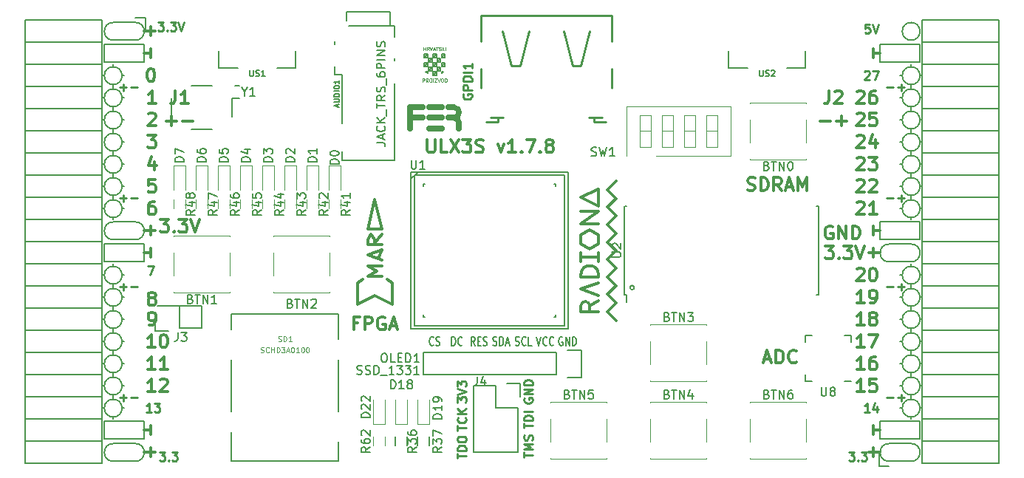
<source format=gto>
G04 #@! TF.FileFunction,Legend,Top*
%FSLAX46Y46*%
G04 Gerber Fmt 4.6, Leading zero omitted, Abs format (unit mm)*
G04 Created by KiCad (PCBNEW 4.0.7+dfsg1-1) date Tue Jan  9 14:20:40 2018*
%MOMM*%
%LPD*%
G01*
G04 APERTURE LIST*
%ADD10C,0.100000*%
%ADD11C,0.300000*%
%ADD12C,0.200000*%
%ADD13C,0.250000*%
%ADD14C,0.150000*%
%ADD15C,0.120000*%
%ADD16C,0.700000*%
%ADD17C,0.254000*%
%ADD18C,0.075000*%
%ADD19C,0.152400*%
%ADD20C,0.124460*%
G04 APERTURE END LIST*
D10*
D11*
X182492000Y-87582000D02*
X182492000Y-88598000D01*
X181984000Y-88090000D02*
X183254000Y-88090000D01*
X182492000Y-110442000D02*
X182492000Y-111458000D01*
X183254000Y-110950000D02*
X181984000Y-110950000D01*
X99688000Y-110442000D02*
X99688000Y-111458000D01*
X98926000Y-110950000D02*
X100196000Y-110950000D01*
X99688000Y-62182000D02*
X99688000Y-63198000D01*
X98926000Y-62690000D02*
X100196000Y-62690000D01*
X99688000Y-85042000D02*
X99688000Y-86058000D01*
X98926000Y-85550000D02*
X100196000Y-85550000D01*
D12*
X97910000Y-63706000D02*
G75*
G03X97910000Y-61674000I0J1016000D01*
G01*
X184270000Y-109934000D02*
G75*
G03X184270000Y-111966000I0J-1016000D01*
G01*
X95370000Y-111966000D02*
X97910000Y-111966000D01*
X95370000Y-109934000D02*
X97910000Y-109934000D01*
X97910000Y-111966000D02*
G75*
G03X97910000Y-109934000I0J1016000D01*
G01*
X95370000Y-109934000D02*
G75*
G03X95370000Y-111966000I0J-1016000D01*
G01*
X95370000Y-61674000D02*
X97910000Y-61674000D01*
X95370000Y-63706000D02*
X97910000Y-63706000D01*
X95370000Y-61674000D02*
G75*
G03X95370000Y-63706000I0J-1016000D01*
G01*
X95370000Y-84534000D02*
X97910000Y-84534000D01*
X95370000Y-86566000D02*
X97910000Y-86566000D01*
X95370000Y-84534000D02*
G75*
G03X95370000Y-86566000I0J-1016000D01*
G01*
X97910000Y-86566000D02*
G75*
G03X97910000Y-84534000I0J1016000D01*
G01*
X187826000Y-62690000D02*
G75*
G03X187826000Y-62690000I-1016000J0D01*
G01*
X184270000Y-89106000D02*
X186810000Y-89106000D01*
X184270000Y-87074000D02*
X186810000Y-87074000D01*
X184270000Y-87074000D02*
G75*
G03X184270000Y-89106000I0J-1016000D01*
G01*
X186810000Y-89106000D02*
G75*
G03X186810000Y-87074000I0J1016000D01*
G01*
X186810000Y-111966000D02*
X184270000Y-111966000D01*
X186810000Y-109934000D02*
X184270000Y-109934000D01*
X186810000Y-111966000D02*
G75*
G03X186810000Y-109934000I0J1016000D01*
G01*
X94354000Y-66246000D02*
X94354000Y-64214000D01*
X98926000Y-66246000D02*
X94354000Y-66246000D01*
X98926000Y-64214000D02*
X98926000Y-66246000D01*
X94354000Y-64214000D02*
X98926000Y-64214000D01*
X94354000Y-87074000D02*
X98926000Y-87074000D01*
X94354000Y-89106000D02*
X94354000Y-87074000D01*
X98926000Y-89106000D02*
X94354000Y-89106000D01*
X98926000Y-87074000D02*
X98926000Y-89106000D01*
X94354000Y-109426000D02*
X98926000Y-109426000D01*
X94354000Y-107394000D02*
X94354000Y-109426000D01*
X98926000Y-107394000D02*
X94354000Y-107394000D01*
X98926000Y-109426000D02*
X98926000Y-107394000D01*
X183254000Y-109426000D02*
X187826000Y-109426000D01*
X183254000Y-107394000D02*
X183254000Y-109426000D01*
X187826000Y-107394000D02*
X187826000Y-109426000D01*
X183254000Y-107394000D02*
X187826000Y-107394000D01*
X183254000Y-66246000D02*
X187826000Y-66246000D01*
X183254000Y-64214000D02*
X183254000Y-66246000D01*
X187826000Y-64214000D02*
X183254000Y-64214000D01*
X187826000Y-66246000D02*
X187826000Y-64214000D01*
X183254000Y-84534000D02*
X187826000Y-84534000D01*
X183254000Y-86566000D02*
X183254000Y-84534000D01*
X187826000Y-86566000D02*
X183254000Y-86566000D01*
X187826000Y-84534000D02*
X187826000Y-86566000D01*
D13*
X96148000Y-69111429D02*
X96909905Y-69111429D01*
X96528953Y-69492381D02*
X96528953Y-68730476D01*
X97386095Y-69111429D02*
X98148000Y-69111429D01*
X96148000Y-81811429D02*
X96909905Y-81811429D01*
X96528953Y-82192381D02*
X96528953Y-81430476D01*
X97386095Y-81811429D02*
X98148000Y-81811429D01*
X96148000Y-91971429D02*
X96909905Y-91971429D01*
X96528953Y-92352381D02*
X96528953Y-91590476D01*
X97386095Y-91971429D02*
X98148000Y-91971429D01*
X96148000Y-104671429D02*
X96909905Y-104671429D01*
X96528953Y-105052381D02*
X96528953Y-104290476D01*
X97386095Y-104671429D02*
X98148000Y-104671429D01*
X184032000Y-104671429D02*
X184793905Y-104671429D01*
X185270095Y-104671429D02*
X186032000Y-104671429D01*
X185651048Y-105052381D02*
X185651048Y-104290476D01*
X184032000Y-91971429D02*
X184793905Y-91971429D01*
X185270095Y-91971429D02*
X186032000Y-91971429D01*
X185651048Y-92352381D02*
X185651048Y-91590476D01*
X184032000Y-81811429D02*
X184793905Y-81811429D01*
X185270095Y-81811429D02*
X186032000Y-81811429D01*
X185651048Y-82192381D02*
X185651048Y-81430476D01*
X184032000Y-69111429D02*
X184793905Y-69111429D01*
X185270095Y-69111429D02*
X186032000Y-69111429D01*
X185651048Y-69492381D02*
X185651048Y-68730476D01*
D11*
X176420000Y-72957143D02*
X177562857Y-72957143D01*
X178277143Y-72957143D02*
X179420000Y-72957143D01*
X178848571Y-73528571D02*
X178848571Y-72385714D01*
D12*
X187826000Y-67770000D02*
G75*
G03X187826000Y-67770000I-1016000J0D01*
G01*
X187826000Y-70310000D02*
G75*
G03X187826000Y-70310000I-1016000J0D01*
G01*
X187826000Y-72850000D02*
G75*
G03X187826000Y-72850000I-1016000J0D01*
G01*
X187826000Y-75390000D02*
G75*
G03X187826000Y-75390000I-1016000J0D01*
G01*
X187826000Y-77930000D02*
G75*
G03X187826000Y-77930000I-1016000J0D01*
G01*
X187826000Y-80470000D02*
G75*
G03X187826000Y-80470000I-1016000J0D01*
G01*
X187826000Y-83010000D02*
G75*
G03X187826000Y-83010000I-1016000J0D01*
G01*
X187826000Y-90630000D02*
G75*
G03X187826000Y-90630000I-1016000J0D01*
G01*
X187826000Y-93170000D02*
G75*
G03X187826000Y-93170000I-1016000J0D01*
G01*
X187826000Y-95710000D02*
G75*
G03X187826000Y-95710000I-1016000J0D01*
G01*
X187826000Y-98250000D02*
G75*
G03X187826000Y-98250000I-1016000J0D01*
G01*
X187826000Y-100790000D02*
G75*
G03X187826000Y-100790000I-1016000J0D01*
G01*
X187826000Y-103330000D02*
G75*
G03X187826000Y-103330000I-1016000J0D01*
G01*
X187826000Y-105870000D02*
G75*
G03X187826000Y-105870000I-1016000J0D01*
G01*
X96386000Y-105870000D02*
G75*
G03X96386000Y-105870000I-1016000J0D01*
G01*
X96386000Y-103330000D02*
G75*
G03X96386000Y-103330000I-1016000J0D01*
G01*
X96386000Y-100790000D02*
G75*
G03X96386000Y-100790000I-1016000J0D01*
G01*
X96386000Y-98250000D02*
G75*
G03X96386000Y-98250000I-1016000J0D01*
G01*
X96386000Y-95710000D02*
G75*
G03X96386000Y-95710000I-1016000J0D01*
G01*
X96386000Y-93170000D02*
G75*
G03X96386000Y-93170000I-1016000J0D01*
G01*
X96386000Y-90630000D02*
G75*
G03X96386000Y-90630000I-1016000J0D01*
G01*
X96386000Y-83010000D02*
G75*
G03X96386000Y-83010000I-1016000J0D01*
G01*
X96386000Y-80470000D02*
G75*
G03X96386000Y-80470000I-1016000J0D01*
G01*
X96386000Y-77930000D02*
G75*
G03X96386000Y-77930000I-1016000J0D01*
G01*
X96386000Y-75390000D02*
G75*
G03X96386000Y-75390000I-1016000J0D01*
G01*
X96386000Y-72850000D02*
G75*
G03X96386000Y-72850000I-1016000J0D01*
G01*
X96386000Y-70310000D02*
G75*
G03X96386000Y-70310000I-1016000J0D01*
G01*
X96386000Y-67770000D02*
G75*
G03X96386000Y-67770000I-1016000J0D01*
G01*
D11*
X177793143Y-85054000D02*
X177650286Y-84982571D01*
X177436000Y-84982571D01*
X177221715Y-85054000D01*
X177078857Y-85196857D01*
X177007429Y-85339714D01*
X176936000Y-85625429D01*
X176936000Y-85839714D01*
X177007429Y-86125429D01*
X177078857Y-86268286D01*
X177221715Y-86411143D01*
X177436000Y-86482571D01*
X177578857Y-86482571D01*
X177793143Y-86411143D01*
X177864572Y-86339714D01*
X177864572Y-85839714D01*
X177578857Y-85839714D01*
X178507429Y-86482571D02*
X178507429Y-84982571D01*
X179364572Y-86482571D01*
X179364572Y-84982571D01*
X180078858Y-86482571D02*
X180078858Y-84982571D01*
X180436001Y-84982571D01*
X180650286Y-85054000D01*
X180793144Y-85196857D01*
X180864572Y-85339714D01*
X180936001Y-85625429D01*
X180936001Y-85839714D01*
X180864572Y-86125429D01*
X180793144Y-86268286D01*
X180650286Y-86411143D01*
X180436001Y-86482571D01*
X180078858Y-86482571D01*
X182492000Y-86058000D02*
X182492000Y-85042000D01*
X183254000Y-85550000D02*
X182492000Y-85550000D01*
X182492000Y-107902000D02*
X182492000Y-108918000D01*
X182492000Y-108410000D02*
X183254000Y-108410000D01*
D13*
X182047524Y-106322381D02*
X181476095Y-106322381D01*
X181761809Y-106322381D02*
X181761809Y-105322381D01*
X181666571Y-105465238D01*
X181571333Y-105560476D01*
X181476095Y-105608095D01*
X182904667Y-105655714D02*
X182904667Y-106322381D01*
X182666571Y-105274762D02*
X182428476Y-105989048D01*
X183047524Y-105989048D01*
X181476095Y-67317619D02*
X181523714Y-67270000D01*
X181618952Y-67222381D01*
X181857048Y-67222381D01*
X181952286Y-67270000D01*
X181999905Y-67317619D01*
X182047524Y-67412857D01*
X182047524Y-67508095D01*
X181999905Y-67650952D01*
X181428476Y-68222381D01*
X182047524Y-68222381D01*
X182380857Y-67222381D02*
X183047524Y-67222381D01*
X182618952Y-68222381D01*
D11*
X182492000Y-64722000D02*
X182492000Y-65738000D01*
X182492000Y-65230000D02*
X183254000Y-65230000D01*
X99688000Y-107902000D02*
X99688000Y-108918000D01*
X98926000Y-108410000D02*
X99688000Y-108410000D01*
X99315001Y-74568571D02*
X100243572Y-74568571D01*
X99743572Y-75140000D01*
X99957858Y-75140000D01*
X100100715Y-75211429D01*
X100172144Y-75282857D01*
X100243572Y-75425714D01*
X100243572Y-75782857D01*
X100172144Y-75925714D01*
X100100715Y-75997143D01*
X99957858Y-76068571D01*
X99529286Y-76068571D01*
X99386429Y-75997143D01*
X99315001Y-75925714D01*
X100100715Y-77608571D02*
X100100715Y-78608571D01*
X99743572Y-77037143D02*
X99386429Y-78108571D01*
X100315001Y-78108571D01*
X100172144Y-79648571D02*
X99457858Y-79648571D01*
X99386429Y-80362857D01*
X99457858Y-80291429D01*
X99600715Y-80220000D01*
X99957858Y-80220000D01*
X100100715Y-80291429D01*
X100172144Y-80362857D01*
X100243572Y-80505714D01*
X100243572Y-80862857D01*
X100172144Y-81005714D01*
X100100715Y-81077143D01*
X99957858Y-81148571D01*
X99600715Y-81148571D01*
X99457858Y-81077143D01*
X99386429Y-81005714D01*
D13*
X99751524Y-106322381D02*
X99180095Y-106322381D01*
X99465809Y-106322381D02*
X99465809Y-105322381D01*
X99370571Y-105465238D01*
X99275333Y-105560476D01*
X99180095Y-105608095D01*
X100084857Y-105322381D02*
X100703905Y-105322381D01*
X100370571Y-105703333D01*
X100513429Y-105703333D01*
X100608667Y-105750952D01*
X100656286Y-105798571D01*
X100703905Y-105893810D01*
X100703905Y-106131905D01*
X100656286Y-106227143D01*
X100608667Y-106274762D01*
X100513429Y-106322381D01*
X100227714Y-106322381D01*
X100132476Y-106274762D01*
X100084857Y-106227143D01*
X99354667Y-89574381D02*
X100021334Y-89574381D01*
X99592762Y-90574381D01*
D11*
X99688000Y-87582000D02*
X99688000Y-88598000D01*
X98926000Y-88090000D02*
X99688000Y-88090000D01*
X99688000Y-64722000D02*
X99688000Y-65738000D01*
X98926000Y-65230000D02*
X99688000Y-65230000D01*
D13*
X100497810Y-61634381D02*
X101116858Y-61634381D01*
X100783524Y-62015333D01*
X100926382Y-62015333D01*
X101021620Y-62062952D01*
X101069239Y-62110571D01*
X101116858Y-62205810D01*
X101116858Y-62443905D01*
X101069239Y-62539143D01*
X101021620Y-62586762D01*
X100926382Y-62634381D01*
X100640667Y-62634381D01*
X100545429Y-62586762D01*
X100497810Y-62539143D01*
X101545429Y-62539143D02*
X101593048Y-62586762D01*
X101545429Y-62634381D01*
X101497810Y-62586762D01*
X101545429Y-62539143D01*
X101545429Y-62634381D01*
X101926381Y-61634381D02*
X102545429Y-61634381D01*
X102212095Y-62015333D01*
X102354953Y-62015333D01*
X102450191Y-62062952D01*
X102497810Y-62110571D01*
X102545429Y-62205810D01*
X102545429Y-62443905D01*
X102497810Y-62539143D01*
X102450191Y-62586762D01*
X102354953Y-62634381D01*
X102069238Y-62634381D01*
X101974000Y-62586762D01*
X101926381Y-62539143D01*
X102831143Y-61634381D02*
X103164476Y-62634381D01*
X103497810Y-61634381D01*
X179666381Y-110910381D02*
X180285429Y-110910381D01*
X179952095Y-111291333D01*
X180094953Y-111291333D01*
X180190191Y-111338952D01*
X180237810Y-111386571D01*
X180285429Y-111481810D01*
X180285429Y-111719905D01*
X180237810Y-111815143D01*
X180190191Y-111862762D01*
X180094953Y-111910381D01*
X179809238Y-111910381D01*
X179714000Y-111862762D01*
X179666381Y-111815143D01*
X180714000Y-111815143D02*
X180761619Y-111862762D01*
X180714000Y-111910381D01*
X180666381Y-111862762D01*
X180714000Y-111815143D01*
X180714000Y-111910381D01*
X181094952Y-110910381D02*
X181714000Y-110910381D01*
X181380666Y-111291333D01*
X181523524Y-111291333D01*
X181618762Y-111338952D01*
X181666381Y-111386571D01*
X181714000Y-111481810D01*
X181714000Y-111719905D01*
X181666381Y-111815143D01*
X181618762Y-111862762D01*
X181523524Y-111910381D01*
X181237809Y-111910381D01*
X181142571Y-111862762D01*
X181094952Y-111815143D01*
D11*
X100775715Y-84220571D02*
X101704286Y-84220571D01*
X101204286Y-84792000D01*
X101418572Y-84792000D01*
X101561429Y-84863429D01*
X101632858Y-84934857D01*
X101704286Y-85077714D01*
X101704286Y-85434857D01*
X101632858Y-85577714D01*
X101561429Y-85649143D01*
X101418572Y-85720571D01*
X100990000Y-85720571D01*
X100847143Y-85649143D01*
X100775715Y-85577714D01*
X102347143Y-85577714D02*
X102418571Y-85649143D01*
X102347143Y-85720571D01*
X102275714Y-85649143D01*
X102347143Y-85577714D01*
X102347143Y-85720571D01*
X102918572Y-84220571D02*
X103847143Y-84220571D01*
X103347143Y-84792000D01*
X103561429Y-84792000D01*
X103704286Y-84863429D01*
X103775715Y-84934857D01*
X103847143Y-85077714D01*
X103847143Y-85434857D01*
X103775715Y-85577714D01*
X103704286Y-85649143D01*
X103561429Y-85720571D01*
X103132857Y-85720571D01*
X102990000Y-85649143D01*
X102918572Y-85577714D01*
X104275714Y-84220571D02*
X104775714Y-85720571D01*
X105275714Y-84220571D01*
D13*
X100672381Y-110910381D02*
X101291429Y-110910381D01*
X100958095Y-111291333D01*
X101100953Y-111291333D01*
X101196191Y-111338952D01*
X101243810Y-111386571D01*
X101291429Y-111481810D01*
X101291429Y-111719905D01*
X101243810Y-111815143D01*
X101196191Y-111862762D01*
X101100953Y-111910381D01*
X100815238Y-111910381D01*
X100720000Y-111862762D01*
X100672381Y-111815143D01*
X101720000Y-111815143D02*
X101767619Y-111862762D01*
X101720000Y-111910381D01*
X101672381Y-111862762D01*
X101720000Y-111815143D01*
X101720000Y-111910381D01*
X102100952Y-110910381D02*
X102720000Y-110910381D01*
X102386666Y-111291333D01*
X102529524Y-111291333D01*
X102624762Y-111338952D01*
X102672381Y-111386571D01*
X102720000Y-111481810D01*
X102720000Y-111719905D01*
X102672381Y-111815143D01*
X102624762Y-111862762D01*
X102529524Y-111910381D01*
X102243809Y-111910381D01*
X102148571Y-111862762D01*
X102100952Y-111815143D01*
X182047524Y-61888381D02*
X181571333Y-61888381D01*
X181523714Y-62364571D01*
X181571333Y-62316952D01*
X181666571Y-62269333D01*
X181904667Y-62269333D01*
X181999905Y-62316952D01*
X182047524Y-62364571D01*
X182095143Y-62459810D01*
X182095143Y-62697905D01*
X182047524Y-62793143D01*
X181999905Y-62840762D01*
X181904667Y-62888381D01*
X181666571Y-62888381D01*
X181571333Y-62840762D01*
X181523714Y-62793143D01*
X182380857Y-61888381D02*
X182714190Y-62888381D01*
X183047524Y-61888381D01*
D11*
X180587143Y-69631429D02*
X180658572Y-69560000D01*
X180801429Y-69488571D01*
X181158572Y-69488571D01*
X181301429Y-69560000D01*
X181372858Y-69631429D01*
X181444286Y-69774286D01*
X181444286Y-69917143D01*
X181372858Y-70131429D01*
X180515715Y-70988571D01*
X181444286Y-70988571D01*
X182730000Y-69488571D02*
X182444286Y-69488571D01*
X182301429Y-69560000D01*
X182230000Y-69631429D01*
X182087143Y-69845714D01*
X182015714Y-70131429D01*
X182015714Y-70702857D01*
X182087143Y-70845714D01*
X182158571Y-70917143D01*
X182301429Y-70988571D01*
X182587143Y-70988571D01*
X182730000Y-70917143D01*
X182801429Y-70845714D01*
X182872857Y-70702857D01*
X182872857Y-70345714D01*
X182801429Y-70202857D01*
X182730000Y-70131429D01*
X182587143Y-70060000D01*
X182301429Y-70060000D01*
X182158571Y-70131429D01*
X182087143Y-70202857D01*
X182015714Y-70345714D01*
X180587143Y-72171429D02*
X180658572Y-72100000D01*
X180801429Y-72028571D01*
X181158572Y-72028571D01*
X181301429Y-72100000D01*
X181372858Y-72171429D01*
X181444286Y-72314286D01*
X181444286Y-72457143D01*
X181372858Y-72671429D01*
X180515715Y-73528571D01*
X181444286Y-73528571D01*
X182801429Y-72028571D02*
X182087143Y-72028571D01*
X182015714Y-72742857D01*
X182087143Y-72671429D01*
X182230000Y-72600000D01*
X182587143Y-72600000D01*
X182730000Y-72671429D01*
X182801429Y-72742857D01*
X182872857Y-72885714D01*
X182872857Y-73242857D01*
X182801429Y-73385714D01*
X182730000Y-73457143D01*
X182587143Y-73528571D01*
X182230000Y-73528571D01*
X182087143Y-73457143D01*
X182015714Y-73385714D01*
X180587143Y-74711429D02*
X180658572Y-74640000D01*
X180801429Y-74568571D01*
X181158572Y-74568571D01*
X181301429Y-74640000D01*
X181372858Y-74711429D01*
X181444286Y-74854286D01*
X181444286Y-74997143D01*
X181372858Y-75211429D01*
X180515715Y-76068571D01*
X181444286Y-76068571D01*
X182730000Y-75068571D02*
X182730000Y-76068571D01*
X182372857Y-74497143D02*
X182015714Y-75568571D01*
X182944286Y-75568571D01*
X180587143Y-77251429D02*
X180658572Y-77180000D01*
X180801429Y-77108571D01*
X181158572Y-77108571D01*
X181301429Y-77180000D01*
X181372858Y-77251429D01*
X181444286Y-77394286D01*
X181444286Y-77537143D01*
X181372858Y-77751429D01*
X180515715Y-78608571D01*
X181444286Y-78608571D01*
X181944286Y-77108571D02*
X182872857Y-77108571D01*
X182372857Y-77680000D01*
X182587143Y-77680000D01*
X182730000Y-77751429D01*
X182801429Y-77822857D01*
X182872857Y-77965714D01*
X182872857Y-78322857D01*
X182801429Y-78465714D01*
X182730000Y-78537143D01*
X182587143Y-78608571D01*
X182158571Y-78608571D01*
X182015714Y-78537143D01*
X181944286Y-78465714D01*
X180587143Y-79791429D02*
X180658572Y-79720000D01*
X180801429Y-79648571D01*
X181158572Y-79648571D01*
X181301429Y-79720000D01*
X181372858Y-79791429D01*
X181444286Y-79934286D01*
X181444286Y-80077143D01*
X181372858Y-80291429D01*
X180515715Y-81148571D01*
X181444286Y-81148571D01*
X182015714Y-79791429D02*
X182087143Y-79720000D01*
X182230000Y-79648571D01*
X182587143Y-79648571D01*
X182730000Y-79720000D01*
X182801429Y-79791429D01*
X182872857Y-79934286D01*
X182872857Y-80077143D01*
X182801429Y-80291429D01*
X181944286Y-81148571D01*
X182872857Y-81148571D01*
X180587143Y-82331429D02*
X180658572Y-82260000D01*
X180801429Y-82188571D01*
X181158572Y-82188571D01*
X181301429Y-82260000D01*
X181372858Y-82331429D01*
X181444286Y-82474286D01*
X181444286Y-82617143D01*
X181372858Y-82831429D01*
X180515715Y-83688571D01*
X181444286Y-83688571D01*
X182872857Y-83688571D02*
X182015714Y-83688571D01*
X182444286Y-83688571D02*
X182444286Y-82188571D01*
X182301429Y-82402857D01*
X182158571Y-82545714D01*
X182015714Y-82617143D01*
X176975715Y-87268571D02*
X177904286Y-87268571D01*
X177404286Y-87840000D01*
X177618572Y-87840000D01*
X177761429Y-87911429D01*
X177832858Y-87982857D01*
X177904286Y-88125714D01*
X177904286Y-88482857D01*
X177832858Y-88625714D01*
X177761429Y-88697143D01*
X177618572Y-88768571D01*
X177190000Y-88768571D01*
X177047143Y-88697143D01*
X176975715Y-88625714D01*
X178547143Y-88625714D02*
X178618571Y-88697143D01*
X178547143Y-88768571D01*
X178475714Y-88697143D01*
X178547143Y-88625714D01*
X178547143Y-88768571D01*
X179118572Y-87268571D02*
X180047143Y-87268571D01*
X179547143Y-87840000D01*
X179761429Y-87840000D01*
X179904286Y-87911429D01*
X179975715Y-87982857D01*
X180047143Y-88125714D01*
X180047143Y-88482857D01*
X179975715Y-88625714D01*
X179904286Y-88697143D01*
X179761429Y-88768571D01*
X179332857Y-88768571D01*
X179190000Y-88697143D01*
X179118572Y-88625714D01*
X180475714Y-87268571D02*
X180975714Y-88768571D01*
X181475714Y-87268571D01*
X180587143Y-89951429D02*
X180658572Y-89880000D01*
X180801429Y-89808571D01*
X181158572Y-89808571D01*
X181301429Y-89880000D01*
X181372858Y-89951429D01*
X181444286Y-90094286D01*
X181444286Y-90237143D01*
X181372858Y-90451429D01*
X180515715Y-91308571D01*
X181444286Y-91308571D01*
X182372857Y-89808571D02*
X182515714Y-89808571D01*
X182658571Y-89880000D01*
X182730000Y-89951429D01*
X182801429Y-90094286D01*
X182872857Y-90380000D01*
X182872857Y-90737143D01*
X182801429Y-91022857D01*
X182730000Y-91165714D01*
X182658571Y-91237143D01*
X182515714Y-91308571D01*
X182372857Y-91308571D01*
X182230000Y-91237143D01*
X182158571Y-91165714D01*
X182087143Y-91022857D01*
X182015714Y-90737143D01*
X182015714Y-90380000D01*
X182087143Y-90094286D01*
X182158571Y-89951429D01*
X182230000Y-89880000D01*
X182372857Y-89808571D01*
X181444286Y-93848571D02*
X180587143Y-93848571D01*
X181015715Y-93848571D02*
X181015715Y-92348571D01*
X180872858Y-92562857D01*
X180730000Y-92705714D01*
X180587143Y-92777143D01*
X182158571Y-93848571D02*
X182444286Y-93848571D01*
X182587143Y-93777143D01*
X182658571Y-93705714D01*
X182801429Y-93491429D01*
X182872857Y-93205714D01*
X182872857Y-92634286D01*
X182801429Y-92491429D01*
X182730000Y-92420000D01*
X182587143Y-92348571D01*
X182301429Y-92348571D01*
X182158571Y-92420000D01*
X182087143Y-92491429D01*
X182015714Y-92634286D01*
X182015714Y-92991429D01*
X182087143Y-93134286D01*
X182158571Y-93205714D01*
X182301429Y-93277143D01*
X182587143Y-93277143D01*
X182730000Y-93205714D01*
X182801429Y-93134286D01*
X182872857Y-92991429D01*
X181444286Y-96388571D02*
X180587143Y-96388571D01*
X181015715Y-96388571D02*
X181015715Y-94888571D01*
X180872858Y-95102857D01*
X180730000Y-95245714D01*
X180587143Y-95317143D01*
X182301429Y-95531429D02*
X182158571Y-95460000D01*
X182087143Y-95388571D01*
X182015714Y-95245714D01*
X182015714Y-95174286D01*
X182087143Y-95031429D01*
X182158571Y-94960000D01*
X182301429Y-94888571D01*
X182587143Y-94888571D01*
X182730000Y-94960000D01*
X182801429Y-95031429D01*
X182872857Y-95174286D01*
X182872857Y-95245714D01*
X182801429Y-95388571D01*
X182730000Y-95460000D01*
X182587143Y-95531429D01*
X182301429Y-95531429D01*
X182158571Y-95602857D01*
X182087143Y-95674286D01*
X182015714Y-95817143D01*
X182015714Y-96102857D01*
X182087143Y-96245714D01*
X182158571Y-96317143D01*
X182301429Y-96388571D01*
X182587143Y-96388571D01*
X182730000Y-96317143D01*
X182801429Y-96245714D01*
X182872857Y-96102857D01*
X182872857Y-95817143D01*
X182801429Y-95674286D01*
X182730000Y-95602857D01*
X182587143Y-95531429D01*
X181444286Y-98928571D02*
X180587143Y-98928571D01*
X181015715Y-98928571D02*
X181015715Y-97428571D01*
X180872858Y-97642857D01*
X180730000Y-97785714D01*
X180587143Y-97857143D01*
X181944286Y-97428571D02*
X182944286Y-97428571D01*
X182301429Y-98928571D01*
X181444286Y-101468571D02*
X180587143Y-101468571D01*
X181015715Y-101468571D02*
X181015715Y-99968571D01*
X180872858Y-100182857D01*
X180730000Y-100325714D01*
X180587143Y-100397143D01*
X182730000Y-99968571D02*
X182444286Y-99968571D01*
X182301429Y-100040000D01*
X182230000Y-100111429D01*
X182087143Y-100325714D01*
X182015714Y-100611429D01*
X182015714Y-101182857D01*
X182087143Y-101325714D01*
X182158571Y-101397143D01*
X182301429Y-101468571D01*
X182587143Y-101468571D01*
X182730000Y-101397143D01*
X182801429Y-101325714D01*
X182872857Y-101182857D01*
X182872857Y-100825714D01*
X182801429Y-100682857D01*
X182730000Y-100611429D01*
X182587143Y-100540000D01*
X182301429Y-100540000D01*
X182158571Y-100611429D01*
X182087143Y-100682857D01*
X182015714Y-100825714D01*
X181444286Y-104008571D02*
X180587143Y-104008571D01*
X181015715Y-104008571D02*
X181015715Y-102508571D01*
X180872858Y-102722857D01*
X180730000Y-102865714D01*
X180587143Y-102937143D01*
X182801429Y-102508571D02*
X182087143Y-102508571D01*
X182015714Y-103222857D01*
X182087143Y-103151429D01*
X182230000Y-103080000D01*
X182587143Y-103080000D01*
X182730000Y-103151429D01*
X182801429Y-103222857D01*
X182872857Y-103365714D01*
X182872857Y-103722857D01*
X182801429Y-103865714D01*
X182730000Y-103937143D01*
X182587143Y-104008571D01*
X182230000Y-104008571D01*
X182087143Y-103937143D01*
X182015714Y-103865714D01*
D12*
X186810000Y-66500000D02*
X186810000Y-66754000D01*
X187826000Y-67770000D02*
X188080000Y-67770000D01*
X185540000Y-67770000D02*
X185794000Y-67770000D01*
X186810000Y-69294000D02*
X186810000Y-68786000D01*
X187826000Y-70310000D02*
X188080000Y-70310000D01*
X185540000Y-70310000D02*
X185794000Y-70310000D01*
X186810000Y-71326000D02*
X186810000Y-71834000D01*
X187826000Y-72850000D02*
X188080000Y-72850000D01*
X185540000Y-72850000D02*
X185794000Y-72850000D01*
X186810000Y-73866000D02*
X186810000Y-74374000D01*
X187826000Y-75390000D02*
X188080000Y-75390000D01*
X185540000Y-75390000D02*
X185794000Y-75390000D01*
X186810000Y-76406000D02*
X186810000Y-76914000D01*
X187826000Y-77930000D02*
X188080000Y-77930000D01*
X185540000Y-77930000D02*
X185794000Y-77930000D01*
X186810000Y-79454000D02*
X186810000Y-78946000D01*
X187826000Y-80470000D02*
X188080000Y-80470000D01*
X185540000Y-80470000D02*
X185794000Y-80470000D01*
X186810000Y-81994000D02*
X186810000Y-81486000D01*
X187826000Y-83010000D02*
X188080000Y-83010000D01*
X185540000Y-83010000D02*
X185794000Y-83010000D01*
X186810000Y-84026000D02*
X186810000Y-84280000D01*
X186810000Y-89360000D02*
X186810000Y-89614000D01*
X187826000Y-90630000D02*
X188080000Y-90630000D01*
X185540000Y-90630000D02*
X185794000Y-90630000D01*
X186810000Y-91646000D02*
X186810000Y-92154000D01*
X187826000Y-93170000D02*
X188080000Y-93170000D01*
X185540000Y-93170000D02*
X185794000Y-93170000D01*
X186810000Y-94186000D02*
X186810000Y-94694000D01*
X187826000Y-95710000D02*
X188080000Y-95710000D01*
X185540000Y-95710000D02*
X185794000Y-95710000D01*
X186810000Y-97234000D02*
X186810000Y-96726000D01*
X187826000Y-98250000D02*
X188080000Y-98250000D01*
X185540000Y-98250000D02*
X185794000Y-98250000D01*
X187826000Y-100790000D02*
X188080000Y-100790000D01*
X185540000Y-100790000D02*
X185794000Y-100790000D01*
X186810000Y-99266000D02*
X186810000Y-99774000D01*
X186810000Y-102314000D02*
X186810000Y-101806000D01*
X187826000Y-103330000D02*
X188080000Y-103330000D01*
X185540000Y-103330000D02*
X185794000Y-103330000D01*
X186810000Y-104346000D02*
X186810000Y-104854000D01*
X185540000Y-105870000D02*
X185794000Y-105870000D01*
X187826000Y-105870000D02*
X188080000Y-105870000D01*
X186810000Y-106886000D02*
X186810000Y-107140000D01*
X95370000Y-66754000D02*
X95370000Y-66500000D01*
X96386000Y-67770000D02*
X96640000Y-67770000D01*
X94100000Y-67770000D02*
X94354000Y-67770000D01*
X95370000Y-68786000D02*
X95370000Y-69294000D01*
X96386000Y-70310000D02*
X96640000Y-70310000D01*
X94100000Y-70310000D02*
X94354000Y-70310000D01*
X95370000Y-71326000D02*
X95370000Y-71834000D01*
X96386000Y-72850000D02*
X96640000Y-72850000D01*
X94100000Y-72850000D02*
X94354000Y-72850000D01*
X95370000Y-73866000D02*
X95370000Y-74374000D01*
X96386000Y-75390000D02*
X96640000Y-75390000D01*
X95370000Y-76406000D02*
X95370000Y-76914000D01*
X96386000Y-77930000D02*
X96640000Y-77930000D01*
X94100000Y-77930000D02*
X94354000Y-77930000D01*
X95370000Y-79454000D02*
X95370000Y-78946000D01*
X96386000Y-80470000D02*
X96640000Y-80470000D01*
X94100000Y-80470000D02*
X94354000Y-80470000D01*
X95370000Y-81486000D02*
X95370000Y-81994000D01*
X96386000Y-83010000D02*
X96640000Y-83010000D01*
X95370000Y-84026000D02*
X95370000Y-84280000D01*
X94100000Y-83010000D02*
X94354000Y-83010000D01*
X95370000Y-106886000D02*
X95370000Y-107140000D01*
X95370000Y-89360000D02*
X95370000Y-89614000D01*
X96386000Y-93170000D02*
X96640000Y-93170000D01*
X94100000Y-93170000D02*
X94354000Y-93170000D01*
X95370000Y-94186000D02*
X95370000Y-94694000D01*
X94100000Y-90630000D02*
X94354000Y-90630000D01*
X96386000Y-90630000D02*
X96640000Y-90630000D01*
X95370000Y-92154000D02*
X95370000Y-91646000D01*
X96386000Y-95710000D02*
X96640000Y-95710000D01*
X94100000Y-95710000D02*
X94354000Y-95710000D01*
X96386000Y-98250000D02*
X96640000Y-98250000D01*
X94354000Y-98250000D02*
X94100000Y-98250000D01*
X95370000Y-96726000D02*
X95370000Y-97234000D01*
X95370000Y-99266000D02*
X95370000Y-99774000D01*
X94100000Y-100790000D02*
X94354000Y-100790000D01*
X96386000Y-100790000D02*
X96640000Y-100790000D01*
X94100000Y-103330000D02*
X94354000Y-103330000D01*
X96386000Y-103330000D02*
X96640000Y-103330000D01*
X95370000Y-101806000D02*
X95370000Y-102314000D01*
X95370000Y-104346000D02*
X95370000Y-104854000D01*
X96386000Y-105870000D02*
X96640000Y-105870000D01*
X94100000Y-105870000D02*
X94354000Y-105870000D01*
D11*
X101490000Y-72957143D02*
X102632857Y-72957143D01*
X102061428Y-73528571D02*
X102061428Y-72385714D01*
X103347143Y-72957143D02*
X104490000Y-72957143D01*
X100164286Y-104008571D02*
X99307143Y-104008571D01*
X99735715Y-104008571D02*
X99735715Y-102508571D01*
X99592858Y-102722857D01*
X99450000Y-102865714D01*
X99307143Y-102937143D01*
X100735714Y-102651429D02*
X100807143Y-102580000D01*
X100950000Y-102508571D01*
X101307143Y-102508571D01*
X101450000Y-102580000D01*
X101521429Y-102651429D01*
X101592857Y-102794286D01*
X101592857Y-102937143D01*
X101521429Y-103151429D01*
X100664286Y-104008571D01*
X101592857Y-104008571D01*
X100164286Y-101468571D02*
X99307143Y-101468571D01*
X99735715Y-101468571D02*
X99735715Y-99968571D01*
X99592858Y-100182857D01*
X99450000Y-100325714D01*
X99307143Y-100397143D01*
X101592857Y-101468571D02*
X100735714Y-101468571D01*
X101164286Y-101468571D02*
X101164286Y-99968571D01*
X101021429Y-100182857D01*
X100878571Y-100325714D01*
X100735714Y-100397143D01*
X100164286Y-98928571D02*
X99307143Y-98928571D01*
X99735715Y-98928571D02*
X99735715Y-97428571D01*
X99592858Y-97642857D01*
X99450000Y-97785714D01*
X99307143Y-97857143D01*
X101092857Y-97428571D02*
X101235714Y-97428571D01*
X101378571Y-97500000D01*
X101450000Y-97571429D01*
X101521429Y-97714286D01*
X101592857Y-98000000D01*
X101592857Y-98357143D01*
X101521429Y-98642857D01*
X101450000Y-98785714D01*
X101378571Y-98857143D01*
X101235714Y-98928571D01*
X101092857Y-98928571D01*
X100950000Y-98857143D01*
X100878571Y-98785714D01*
X100807143Y-98642857D01*
X100735714Y-98357143D01*
X100735714Y-98000000D01*
X100807143Y-97714286D01*
X100878571Y-97571429D01*
X100950000Y-97500000D01*
X101092857Y-97428571D01*
X99529286Y-96388571D02*
X99815001Y-96388571D01*
X99957858Y-96317143D01*
X100029286Y-96245714D01*
X100172144Y-96031429D01*
X100243572Y-95745714D01*
X100243572Y-95174286D01*
X100172144Y-95031429D01*
X100100715Y-94960000D01*
X99957858Y-94888571D01*
X99672144Y-94888571D01*
X99529286Y-94960000D01*
X99457858Y-95031429D01*
X99386429Y-95174286D01*
X99386429Y-95531429D01*
X99457858Y-95674286D01*
X99529286Y-95745714D01*
X99672144Y-95817143D01*
X99957858Y-95817143D01*
X100100715Y-95745714D01*
X100172144Y-95674286D01*
X100243572Y-95531429D01*
X99672144Y-93245429D02*
X99529286Y-93174000D01*
X99457858Y-93102571D01*
X99386429Y-92959714D01*
X99386429Y-92888286D01*
X99457858Y-92745429D01*
X99529286Y-92674000D01*
X99672144Y-92602571D01*
X99957858Y-92602571D01*
X100100715Y-92674000D01*
X100172144Y-92745429D01*
X100243572Y-92888286D01*
X100243572Y-92959714D01*
X100172144Y-93102571D01*
X100100715Y-93174000D01*
X99957858Y-93245429D01*
X99672144Y-93245429D01*
X99529286Y-93316857D01*
X99457858Y-93388286D01*
X99386429Y-93531143D01*
X99386429Y-93816857D01*
X99457858Y-93959714D01*
X99529286Y-94031143D01*
X99672144Y-94102571D01*
X99957858Y-94102571D01*
X100100715Y-94031143D01*
X100172144Y-93959714D01*
X100243572Y-93816857D01*
X100243572Y-93531143D01*
X100172144Y-93388286D01*
X100100715Y-93316857D01*
X99957858Y-93245429D01*
X100100715Y-82188571D02*
X99815001Y-82188571D01*
X99672144Y-82260000D01*
X99600715Y-82331429D01*
X99457858Y-82545714D01*
X99386429Y-82831429D01*
X99386429Y-83402857D01*
X99457858Y-83545714D01*
X99529286Y-83617143D01*
X99672144Y-83688571D01*
X99957858Y-83688571D01*
X100100715Y-83617143D01*
X100172144Y-83545714D01*
X100243572Y-83402857D01*
X100243572Y-83045714D01*
X100172144Y-82902857D01*
X100100715Y-82831429D01*
X99957858Y-82760000D01*
X99672144Y-82760000D01*
X99529286Y-82831429D01*
X99457858Y-82902857D01*
X99386429Y-83045714D01*
X99386429Y-72171429D02*
X99457858Y-72100000D01*
X99600715Y-72028571D01*
X99957858Y-72028571D01*
X100100715Y-72100000D01*
X100172144Y-72171429D01*
X100243572Y-72314286D01*
X100243572Y-72457143D01*
X100172144Y-72671429D01*
X99315001Y-73528571D01*
X100243572Y-73528571D01*
X100243572Y-70988571D02*
X99386429Y-70988571D01*
X99815001Y-70988571D02*
X99815001Y-69488571D01*
X99672144Y-69702857D01*
X99529286Y-69845714D01*
X99386429Y-69917143D01*
X99616572Y-66948571D02*
X99759429Y-66948571D01*
X99902286Y-67020000D01*
X99973715Y-67091429D01*
X100045144Y-67234286D01*
X100116572Y-67520000D01*
X100116572Y-67877143D01*
X100045144Y-68162857D01*
X99973715Y-68305714D01*
X99902286Y-68377143D01*
X99759429Y-68448571D01*
X99616572Y-68448571D01*
X99473715Y-68377143D01*
X99402286Y-68305714D01*
X99330858Y-68162857D01*
X99259429Y-67877143D01*
X99259429Y-67520000D01*
X99330858Y-67234286D01*
X99402286Y-67091429D01*
X99473715Y-67020000D01*
X99616572Y-66948571D01*
X131371430Y-75076571D02*
X131371430Y-76290857D01*
X131442858Y-76433714D01*
X131514287Y-76505143D01*
X131657144Y-76576571D01*
X131942858Y-76576571D01*
X132085716Y-76505143D01*
X132157144Y-76433714D01*
X132228573Y-76290857D01*
X132228573Y-75076571D01*
X133657145Y-76576571D02*
X132942859Y-76576571D01*
X132942859Y-75076571D01*
X134014288Y-75076571D02*
X135014288Y-76576571D01*
X135014288Y-75076571D02*
X134014288Y-76576571D01*
X135442859Y-75076571D02*
X136371430Y-75076571D01*
X135871430Y-75648000D01*
X136085716Y-75648000D01*
X136228573Y-75719429D01*
X136300002Y-75790857D01*
X136371430Y-75933714D01*
X136371430Y-76290857D01*
X136300002Y-76433714D01*
X136228573Y-76505143D01*
X136085716Y-76576571D01*
X135657144Y-76576571D01*
X135514287Y-76505143D01*
X135442859Y-76433714D01*
X136942858Y-76505143D02*
X137157144Y-76576571D01*
X137514287Y-76576571D01*
X137657144Y-76505143D01*
X137728573Y-76433714D01*
X137800001Y-76290857D01*
X137800001Y-76148000D01*
X137728573Y-76005143D01*
X137657144Y-75933714D01*
X137514287Y-75862286D01*
X137228573Y-75790857D01*
X137085715Y-75719429D01*
X137014287Y-75648000D01*
X136942858Y-75505143D01*
X136942858Y-75362286D01*
X137014287Y-75219429D01*
X137085715Y-75148000D01*
X137228573Y-75076571D01*
X137585715Y-75076571D01*
X137800001Y-75148000D01*
X139442858Y-75576571D02*
X139800001Y-76576571D01*
X140157143Y-75576571D01*
X141514286Y-76576571D02*
X140657143Y-76576571D01*
X141085715Y-76576571D02*
X141085715Y-75076571D01*
X140942858Y-75290857D01*
X140800000Y-75433714D01*
X140657143Y-75505143D01*
X142157143Y-76433714D02*
X142228571Y-76505143D01*
X142157143Y-76576571D01*
X142085714Y-76505143D01*
X142157143Y-76433714D01*
X142157143Y-76576571D01*
X142728572Y-75076571D02*
X143728572Y-75076571D01*
X143085715Y-76576571D01*
X144300000Y-76433714D02*
X144371428Y-76505143D01*
X144300000Y-76576571D01*
X144228571Y-76505143D01*
X144300000Y-76433714D01*
X144300000Y-76576571D01*
X145228572Y-75719429D02*
X145085714Y-75648000D01*
X145014286Y-75576571D01*
X144942857Y-75433714D01*
X144942857Y-75362286D01*
X145014286Y-75219429D01*
X145085714Y-75148000D01*
X145228572Y-75076571D01*
X145514286Y-75076571D01*
X145657143Y-75148000D01*
X145728572Y-75219429D01*
X145800000Y-75362286D01*
X145800000Y-75433714D01*
X145728572Y-75576571D01*
X145657143Y-75648000D01*
X145514286Y-75719429D01*
X145228572Y-75719429D01*
X145085714Y-75790857D01*
X145014286Y-75862286D01*
X144942857Y-76005143D01*
X144942857Y-76290857D01*
X145014286Y-76433714D01*
X145085714Y-76505143D01*
X145228572Y-76576571D01*
X145514286Y-76576571D01*
X145657143Y-76505143D01*
X145728572Y-76433714D01*
X145800000Y-76290857D01*
X145800000Y-76005143D01*
X145728572Y-75862286D01*
X145657143Y-75790857D01*
X145514286Y-75719429D01*
X123413429Y-96110857D02*
X122913429Y-96110857D01*
X122913429Y-96896571D02*
X122913429Y-95396571D01*
X123627715Y-95396571D01*
X124199143Y-96896571D02*
X124199143Y-95396571D01*
X124770571Y-95396571D01*
X124913429Y-95468000D01*
X124984857Y-95539429D01*
X125056286Y-95682286D01*
X125056286Y-95896571D01*
X124984857Y-96039429D01*
X124913429Y-96110857D01*
X124770571Y-96182286D01*
X124199143Y-96182286D01*
X126484857Y-95468000D02*
X126342000Y-95396571D01*
X126127714Y-95396571D01*
X125913429Y-95468000D01*
X125770571Y-95610857D01*
X125699143Y-95753714D01*
X125627714Y-96039429D01*
X125627714Y-96253714D01*
X125699143Y-96539429D01*
X125770571Y-96682286D01*
X125913429Y-96825143D01*
X126127714Y-96896571D01*
X126270571Y-96896571D01*
X126484857Y-96825143D01*
X126556286Y-96753714D01*
X126556286Y-96253714D01*
X126270571Y-96253714D01*
X127127714Y-96468000D02*
X127842000Y-96468000D01*
X126984857Y-96896571D02*
X127484857Y-95396571D01*
X127984857Y-96896571D01*
X168077929Y-80886643D02*
X168292215Y-80958071D01*
X168649358Y-80958071D01*
X168792215Y-80886643D01*
X168863644Y-80815214D01*
X168935072Y-80672357D01*
X168935072Y-80529500D01*
X168863644Y-80386643D01*
X168792215Y-80315214D01*
X168649358Y-80243786D01*
X168363644Y-80172357D01*
X168220786Y-80100929D01*
X168149358Y-80029500D01*
X168077929Y-79886643D01*
X168077929Y-79743786D01*
X168149358Y-79600929D01*
X168220786Y-79529500D01*
X168363644Y-79458071D01*
X168720786Y-79458071D01*
X168935072Y-79529500D01*
X169577929Y-80958071D02*
X169577929Y-79458071D01*
X169935072Y-79458071D01*
X170149357Y-79529500D01*
X170292215Y-79672357D01*
X170363643Y-79815214D01*
X170435072Y-80100929D01*
X170435072Y-80315214D01*
X170363643Y-80600929D01*
X170292215Y-80743786D01*
X170149357Y-80886643D01*
X169935072Y-80958071D01*
X169577929Y-80958071D01*
X171935072Y-80958071D02*
X171435072Y-80243786D01*
X171077929Y-80958071D02*
X171077929Y-79458071D01*
X171649357Y-79458071D01*
X171792215Y-79529500D01*
X171863643Y-79600929D01*
X171935072Y-79743786D01*
X171935072Y-79958071D01*
X171863643Y-80100929D01*
X171792215Y-80172357D01*
X171649357Y-80243786D01*
X171077929Y-80243786D01*
X172506500Y-80529500D02*
X173220786Y-80529500D01*
X172363643Y-80958071D02*
X172863643Y-79458071D01*
X173363643Y-80958071D01*
X173863643Y-80958071D02*
X173863643Y-79458071D01*
X174363643Y-80529500D01*
X174863643Y-79458071D01*
X174863643Y-80958071D01*
X169966857Y-100278000D02*
X170681143Y-100278000D01*
X169824000Y-100706571D02*
X170324000Y-99206571D01*
X170824000Y-100706571D01*
X171324000Y-100706571D02*
X171324000Y-99206571D01*
X171681143Y-99206571D01*
X171895428Y-99278000D01*
X172038286Y-99420857D01*
X172109714Y-99563714D01*
X172181143Y-99849429D01*
X172181143Y-100063714D01*
X172109714Y-100349429D01*
X172038286Y-100492286D01*
X171895428Y-100635143D01*
X171681143Y-100706571D01*
X171324000Y-100706571D01*
X173681143Y-100563714D02*
X173609714Y-100635143D01*
X173395428Y-100706571D01*
X173252571Y-100706571D01*
X173038286Y-100635143D01*
X172895428Y-100492286D01*
X172824000Y-100349429D01*
X172752571Y-100063714D01*
X172752571Y-99849429D01*
X172824000Y-99563714D01*
X172895428Y-99420857D01*
X173038286Y-99278000D01*
X173252571Y-99206571D01*
X173395428Y-99206571D01*
X173609714Y-99278000D01*
X173681143Y-99349429D01*
D13*
X142447381Y-111521333D02*
X142447381Y-110949904D01*
X143447381Y-111235619D02*
X142447381Y-111235619D01*
X143447381Y-110616571D02*
X142447381Y-110616571D01*
X143161667Y-110283237D01*
X142447381Y-109949904D01*
X143447381Y-109949904D01*
X143399762Y-109521333D02*
X143447381Y-109378476D01*
X143447381Y-109140380D01*
X143399762Y-109045142D01*
X143352143Y-108997523D01*
X143256905Y-108949904D01*
X143161667Y-108949904D01*
X143066429Y-108997523D01*
X143018810Y-109045142D01*
X142971190Y-109140380D01*
X142923571Y-109330857D01*
X142875952Y-109426095D01*
X142828333Y-109473714D01*
X142733095Y-109521333D01*
X142637857Y-109521333D01*
X142542619Y-109473714D01*
X142495000Y-109426095D01*
X142447381Y-109330857D01*
X142447381Y-109092761D01*
X142495000Y-108949904D01*
X142447381Y-108163809D02*
X142447381Y-107592380D01*
X143447381Y-107878095D02*
X142447381Y-107878095D01*
X143447381Y-107259047D02*
X142447381Y-107259047D01*
X142447381Y-107020952D01*
X142495000Y-106878094D01*
X142590238Y-106782856D01*
X142685476Y-106735237D01*
X142875952Y-106687618D01*
X143018810Y-106687618D01*
X143209286Y-106735237D01*
X143304524Y-106782856D01*
X143399762Y-106878094D01*
X143447381Y-107020952D01*
X143447381Y-107259047D01*
X143447381Y-106259047D02*
X142447381Y-106259047D01*
X142495000Y-104726904D02*
X142447381Y-104822142D01*
X142447381Y-104964999D01*
X142495000Y-105107857D01*
X142590238Y-105203095D01*
X142685476Y-105250714D01*
X142875952Y-105298333D01*
X143018810Y-105298333D01*
X143209286Y-105250714D01*
X143304524Y-105203095D01*
X143399762Y-105107857D01*
X143447381Y-104964999D01*
X143447381Y-104869761D01*
X143399762Y-104726904D01*
X143352143Y-104679285D01*
X143018810Y-104679285D01*
X143018810Y-104869761D01*
X143447381Y-104250714D02*
X142447381Y-104250714D01*
X143447381Y-103679285D01*
X142447381Y-103679285D01*
X143447381Y-103203095D02*
X142447381Y-103203095D01*
X142447381Y-102965000D01*
X142495000Y-102822142D01*
X142590238Y-102726904D01*
X142685476Y-102679285D01*
X142875952Y-102631666D01*
X143018810Y-102631666D01*
X143209286Y-102679285D01*
X143304524Y-102726904D01*
X143399762Y-102822142D01*
X143447381Y-102965000D01*
X143447381Y-103203095D01*
X134827381Y-111624524D02*
X134827381Y-111053095D01*
X135827381Y-111338810D02*
X134827381Y-111338810D01*
X135827381Y-110719762D02*
X134827381Y-110719762D01*
X134827381Y-110481667D01*
X134875000Y-110338809D01*
X134970238Y-110243571D01*
X135065476Y-110195952D01*
X135255952Y-110148333D01*
X135398810Y-110148333D01*
X135589286Y-110195952D01*
X135684524Y-110243571D01*
X135779762Y-110338809D01*
X135827381Y-110481667D01*
X135827381Y-110719762D01*
X134827381Y-109529286D02*
X134827381Y-109338809D01*
X134875000Y-109243571D01*
X134970238Y-109148333D01*
X135160714Y-109100714D01*
X135494048Y-109100714D01*
X135684524Y-109148333D01*
X135779762Y-109243571D01*
X135827381Y-109338809D01*
X135827381Y-109529286D01*
X135779762Y-109624524D01*
X135684524Y-109719762D01*
X135494048Y-109767381D01*
X135160714Y-109767381D01*
X134970238Y-109719762D01*
X134875000Y-109624524D01*
X134827381Y-109529286D01*
X134827381Y-108425714D02*
X134827381Y-107854285D01*
X135827381Y-108140000D02*
X134827381Y-108140000D01*
X135732143Y-106949523D02*
X135779762Y-106997142D01*
X135827381Y-107139999D01*
X135827381Y-107235237D01*
X135779762Y-107378095D01*
X135684524Y-107473333D01*
X135589286Y-107520952D01*
X135398810Y-107568571D01*
X135255952Y-107568571D01*
X135065476Y-107520952D01*
X134970238Y-107473333D01*
X134875000Y-107378095D01*
X134827381Y-107235237D01*
X134827381Y-107139999D01*
X134875000Y-106997142D01*
X134922619Y-106949523D01*
X135827381Y-106520952D02*
X134827381Y-106520952D01*
X135827381Y-105949523D02*
X135255952Y-106378095D01*
X134827381Y-105949523D02*
X135398810Y-106520952D01*
X134827381Y-105203095D02*
X134827381Y-104584047D01*
X135208333Y-104917381D01*
X135208333Y-104774523D01*
X135255952Y-104679285D01*
X135303571Y-104631666D01*
X135398810Y-104584047D01*
X135636905Y-104584047D01*
X135732143Y-104631666D01*
X135779762Y-104679285D01*
X135827381Y-104774523D01*
X135827381Y-105060238D01*
X135779762Y-105155476D01*
X135732143Y-105203095D01*
X134827381Y-104298333D02*
X135827381Y-103965000D01*
X134827381Y-103631666D01*
X134827381Y-103393571D02*
X134827381Y-102774523D01*
X135208333Y-103107857D01*
X135208333Y-102964999D01*
X135255952Y-102869761D01*
X135303571Y-102822142D01*
X135398810Y-102774523D01*
X135636905Y-102774523D01*
X135732143Y-102822142D01*
X135779762Y-102869761D01*
X135827381Y-102964999D01*
X135827381Y-103250714D01*
X135779762Y-103345952D01*
X135732143Y-103393571D01*
D14*
X85270000Y-112220000D02*
X94100000Y-112220000D01*
X85270000Y-109680000D02*
X85270000Y-112220000D01*
X94100000Y-109680000D02*
X94100000Y-112220000D01*
X94100000Y-112220000D02*
X85270000Y-112220000D01*
X94100000Y-109680000D02*
X85270000Y-109680000D01*
X94100000Y-107140000D02*
X94100000Y-109680000D01*
X85270000Y-107140000D02*
X85270000Y-109680000D01*
X85270000Y-109680000D02*
X94100000Y-109680000D01*
X85270000Y-91900000D02*
X94100000Y-91900000D01*
X85270000Y-89360000D02*
X85270000Y-91900000D01*
X94100000Y-89360000D02*
X94100000Y-91900000D01*
X94100000Y-91900000D02*
X85270000Y-91900000D01*
X94100000Y-94440000D02*
X85270000Y-94440000D01*
X94100000Y-91900000D02*
X94100000Y-94440000D01*
X85270000Y-91900000D02*
X85270000Y-94440000D01*
X85270000Y-94440000D02*
X94100000Y-94440000D01*
X85270000Y-107140000D02*
X94100000Y-107140000D01*
X85270000Y-104600000D02*
X85270000Y-107140000D01*
X94100000Y-104600000D02*
X94100000Y-107140000D01*
X94100000Y-107140000D02*
X85270000Y-107140000D01*
X94100000Y-104600000D02*
X85270000Y-104600000D01*
X94100000Y-102060000D02*
X94100000Y-104600000D01*
X85270000Y-102060000D02*
X85270000Y-104600000D01*
X85270000Y-104600000D02*
X94100000Y-104600000D01*
X85270000Y-102060000D02*
X94100000Y-102060000D01*
X85270000Y-99520000D02*
X85270000Y-102060000D01*
X94100000Y-99520000D02*
X94100000Y-102060000D01*
X94100000Y-102060000D02*
X85270000Y-102060000D01*
X94100000Y-99520000D02*
X85270000Y-99520000D01*
X94100000Y-96980000D02*
X94100000Y-99520000D01*
X85270000Y-96980000D02*
X85270000Y-99520000D01*
X85270000Y-99520000D02*
X94100000Y-99520000D01*
X85270000Y-96980000D02*
X94100000Y-96980000D01*
X85270000Y-94440000D02*
X85270000Y-96980000D01*
X94100000Y-94440000D02*
X94100000Y-96980000D01*
X94100000Y-96980000D02*
X85270000Y-96980000D01*
X94100000Y-79200000D02*
X85270000Y-79200000D01*
X94100000Y-76660000D02*
X94100000Y-79200000D01*
X85270000Y-76660000D02*
X85270000Y-79200000D01*
X85270000Y-79200000D02*
X94100000Y-79200000D01*
X85270000Y-81740000D02*
X94100000Y-81740000D01*
X85270000Y-79200000D02*
X85270000Y-81740000D01*
X94100000Y-79200000D02*
X94100000Y-81740000D01*
X94100000Y-81740000D02*
X85270000Y-81740000D01*
X94100000Y-84280000D02*
X85270000Y-84280000D01*
X94100000Y-81740000D02*
X94100000Y-84280000D01*
X85270000Y-81740000D02*
X85270000Y-84280000D01*
X85270000Y-84280000D02*
X94100000Y-84280000D01*
X85270000Y-86820000D02*
X94100000Y-86820000D01*
X85270000Y-84280000D02*
X85270000Y-86820000D01*
X94100000Y-84280000D02*
X94100000Y-86820000D01*
X94100000Y-86820000D02*
X85270000Y-86820000D01*
X94100000Y-89360000D02*
X85270000Y-89360000D01*
X94100000Y-86820000D02*
X94100000Y-89360000D01*
X85270000Y-86820000D02*
X85270000Y-89360000D01*
X85270000Y-89360000D02*
X94100000Y-89360000D01*
X85270000Y-76660000D02*
X94100000Y-76660000D01*
X85270000Y-74120000D02*
X85270000Y-76660000D01*
X94100000Y-74120000D02*
X94100000Y-76660000D01*
X94100000Y-76660000D02*
X85270000Y-76660000D01*
X94100000Y-74120000D02*
X85270000Y-74120000D01*
X94100000Y-71580000D02*
X94100000Y-74120000D01*
X85270000Y-71580000D02*
X85270000Y-74120000D01*
X85270000Y-74120000D02*
X94100000Y-74120000D01*
X85270000Y-71580000D02*
X94100000Y-71580000D01*
X85270000Y-69040000D02*
X85270000Y-71580000D01*
X94100000Y-69040000D02*
X94100000Y-71580000D01*
X94100000Y-71580000D02*
X85270000Y-71580000D01*
X94100000Y-69040000D02*
X85270000Y-69040000D01*
X94100000Y-66500000D02*
X94100000Y-69040000D01*
X85270000Y-66500000D02*
X85270000Y-69040000D01*
X85270000Y-69040000D02*
X94100000Y-69040000D01*
X85270000Y-66500000D02*
X94100000Y-66500000D01*
X85270000Y-63960000D02*
X85270000Y-66500000D01*
X94100000Y-63960000D02*
X94100000Y-66500000D01*
X94100000Y-66500000D02*
X85270000Y-66500000D01*
X94100000Y-63960000D02*
X85270000Y-63960000D01*
X94100000Y-61420000D02*
X94100000Y-63960000D01*
X99060000Y-62690000D02*
X99060000Y-61140000D01*
X99060000Y-61140000D02*
X97910000Y-61140000D01*
X94100000Y-61420000D02*
X85270000Y-61420000D01*
X85270000Y-61420000D02*
X85270000Y-63960000D01*
X85270000Y-63960000D02*
X94100000Y-63960000D01*
X196910000Y-61420000D02*
X188080000Y-61420000D01*
X196910000Y-63960000D02*
X196910000Y-61420000D01*
X188080000Y-63960000D02*
X188080000Y-61420000D01*
X188080000Y-61420000D02*
X196910000Y-61420000D01*
X188080000Y-63960000D02*
X196910000Y-63960000D01*
X188080000Y-66500000D02*
X188080000Y-63960000D01*
X196910000Y-66500000D02*
X196910000Y-63960000D01*
X196910000Y-63960000D02*
X188080000Y-63960000D01*
X196910000Y-81740000D02*
X188080000Y-81740000D01*
X196910000Y-84280000D02*
X196910000Y-81740000D01*
X188080000Y-84280000D02*
X188080000Y-81740000D01*
X188080000Y-81740000D02*
X196910000Y-81740000D01*
X188080000Y-79200000D02*
X196910000Y-79200000D01*
X188080000Y-81740000D02*
X188080000Y-79200000D01*
X196910000Y-81740000D02*
X196910000Y-79200000D01*
X196910000Y-79200000D02*
X188080000Y-79200000D01*
X196910000Y-66500000D02*
X188080000Y-66500000D01*
X196910000Y-69040000D02*
X196910000Y-66500000D01*
X188080000Y-69040000D02*
X188080000Y-66500000D01*
X188080000Y-66500000D02*
X196910000Y-66500000D01*
X188080000Y-69040000D02*
X196910000Y-69040000D01*
X188080000Y-71580000D02*
X188080000Y-69040000D01*
X196910000Y-71580000D02*
X196910000Y-69040000D01*
X196910000Y-69040000D02*
X188080000Y-69040000D01*
X196910000Y-71580000D02*
X188080000Y-71580000D01*
X196910000Y-74120000D02*
X196910000Y-71580000D01*
X188080000Y-74120000D02*
X188080000Y-71580000D01*
X188080000Y-71580000D02*
X196910000Y-71580000D01*
X188080000Y-74120000D02*
X196910000Y-74120000D01*
X188080000Y-76660000D02*
X188080000Y-74120000D01*
X196910000Y-76660000D02*
X196910000Y-74120000D01*
X196910000Y-74120000D02*
X188080000Y-74120000D01*
X196910000Y-76660000D02*
X188080000Y-76660000D01*
X196910000Y-79200000D02*
X196910000Y-76660000D01*
X188080000Y-79200000D02*
X188080000Y-76660000D01*
X188080000Y-76660000D02*
X196910000Y-76660000D01*
X188080000Y-94440000D02*
X196910000Y-94440000D01*
X188080000Y-96980000D02*
X188080000Y-94440000D01*
X196910000Y-96980000D02*
X196910000Y-94440000D01*
X196910000Y-94440000D02*
X188080000Y-94440000D01*
X196910000Y-91900000D02*
X188080000Y-91900000D01*
X196910000Y-94440000D02*
X196910000Y-91900000D01*
X188080000Y-94440000D02*
X188080000Y-91900000D01*
X188080000Y-91900000D02*
X196910000Y-91900000D01*
X188080000Y-89360000D02*
X196910000Y-89360000D01*
X188080000Y-91900000D02*
X188080000Y-89360000D01*
X196910000Y-91900000D02*
X196910000Y-89360000D01*
X196910000Y-89360000D02*
X188080000Y-89360000D01*
X196910000Y-86820000D02*
X188080000Y-86820000D01*
X196910000Y-89360000D02*
X196910000Y-86820000D01*
X188080000Y-89360000D02*
X188080000Y-86820000D01*
X188080000Y-86820000D02*
X196910000Y-86820000D01*
X188080000Y-84280000D02*
X196910000Y-84280000D01*
X188080000Y-86820000D02*
X188080000Y-84280000D01*
X196910000Y-86820000D02*
X196910000Y-84280000D01*
X196910000Y-84280000D02*
X188080000Y-84280000D01*
X196910000Y-96980000D02*
X188080000Y-96980000D01*
X196910000Y-99520000D02*
X196910000Y-96980000D01*
X188080000Y-99520000D02*
X188080000Y-96980000D01*
X188080000Y-96980000D02*
X196910000Y-96980000D01*
X188080000Y-99520000D02*
X196910000Y-99520000D01*
X188080000Y-102060000D02*
X188080000Y-99520000D01*
X196910000Y-102060000D02*
X196910000Y-99520000D01*
X196910000Y-99520000D02*
X188080000Y-99520000D01*
X196910000Y-102060000D02*
X188080000Y-102060000D01*
X196910000Y-104600000D02*
X196910000Y-102060000D01*
X188080000Y-104600000D02*
X188080000Y-102060000D01*
X188080000Y-102060000D02*
X196910000Y-102060000D01*
X188080000Y-104600000D02*
X196910000Y-104600000D01*
X188080000Y-107140000D02*
X188080000Y-104600000D01*
X196910000Y-107140000D02*
X196910000Y-104600000D01*
X196910000Y-104600000D02*
X188080000Y-104600000D01*
X196910000Y-107140000D02*
X188080000Y-107140000D01*
X196910000Y-109680000D02*
X196910000Y-107140000D01*
X188080000Y-109680000D02*
X188080000Y-107140000D01*
X188080000Y-107140000D02*
X196910000Y-107140000D01*
X188080000Y-109680000D02*
X196910000Y-109680000D01*
X188080000Y-112220000D02*
X188080000Y-109680000D01*
X183120000Y-110950000D02*
X183120000Y-112500000D01*
X183120000Y-112500000D02*
X184270000Y-112500000D01*
X188080000Y-112220000D02*
X196910000Y-112220000D01*
X196910000Y-112220000D02*
X196910000Y-109680000D01*
X196910000Y-109680000D02*
X188080000Y-109680000D01*
X100170000Y-95456000D02*
X100170000Y-97006000D01*
X102990000Y-94186000D02*
X100450000Y-94186000D01*
X100170000Y-97006000D02*
X101720000Y-97006000D01*
X105530000Y-94186000D02*
X102990000Y-94186000D01*
X102990000Y-94186000D02*
X102990000Y-96726000D01*
X102990000Y-96726000D02*
X105530000Y-96726000D01*
X105530000Y-96726000D02*
X105530000Y-94186000D01*
X127715000Y-110180000D02*
X127715000Y-109180000D01*
X129065000Y-109180000D02*
X129065000Y-110180000D01*
X131605000Y-109180000D02*
X131605000Y-110180000D01*
X130255000Y-110180000D02*
X130255000Y-109180000D01*
X116280000Y-64925000D02*
X116280000Y-66925000D01*
X116280000Y-66925000D02*
X114130000Y-66925000D01*
X109630000Y-66925000D02*
X107480000Y-66925000D01*
X107480000Y-66925000D02*
X107480000Y-64975000D01*
X174700000Y-64925000D02*
X174700000Y-66925000D01*
X174700000Y-66925000D02*
X172550000Y-66925000D01*
X168050000Y-66925000D02*
X165900000Y-66925000D01*
X165900000Y-66925000D02*
X165900000Y-64975000D01*
X141725000Y-110950000D02*
X141725000Y-105870000D01*
X142005000Y-103050000D02*
X142005000Y-104600000D01*
X139185000Y-103330000D02*
X139185000Y-105870000D01*
X139185000Y-105870000D02*
X141725000Y-105870000D01*
X141725000Y-110950000D02*
X136645000Y-110950000D01*
X136645000Y-110950000D02*
X136645000Y-105870000D01*
X142005000Y-103050000D02*
X140455000Y-103050000D01*
X136645000Y-103330000D02*
X139185000Y-103330000D01*
X136645000Y-105870000D02*
X136645000Y-103330000D01*
X174660000Y-102780000D02*
X174660000Y-102030000D01*
X179910000Y-97530000D02*
X179910000Y-98280000D01*
X174660000Y-97530000D02*
X174660000Y-98280000D01*
X179910000Y-102780000D02*
X179160000Y-102780000D01*
X179910000Y-97530000D02*
X179160000Y-97530000D01*
X174660000Y-97530000D02*
X175410000Y-97530000D01*
X174660000Y-102780000D02*
X175410000Y-102780000D01*
X146170000Y-99520000D02*
X130930000Y-99520000D01*
X130930000Y-99520000D02*
X130930000Y-102060000D01*
X130930000Y-102060000D02*
X146170000Y-102060000D01*
X148990000Y-99240000D02*
X147440000Y-99240000D01*
X146170000Y-99520000D02*
X146170000Y-102060000D01*
X147440000Y-102340000D02*
X148990000Y-102340000D01*
X148990000Y-102340000D02*
X148990000Y-99240000D01*
D15*
X168340000Y-77350000D02*
X168340000Y-77320000D01*
X168340000Y-70890000D02*
X168340000Y-70920000D01*
X174800000Y-70890000D02*
X174800000Y-70920000D01*
X174800000Y-77320000D02*
X174800000Y-77350000D01*
X168340000Y-75420000D02*
X168340000Y-72820000D01*
X174800000Y-77350000D02*
X168340000Y-77350000D01*
X174800000Y-75420000D02*
X174800000Y-72820000D01*
X174800000Y-70890000D02*
X168340000Y-70890000D01*
X108760000Y-86130000D02*
X108760000Y-86160000D01*
X108760000Y-92590000D02*
X108760000Y-92560000D01*
X102300000Y-92590000D02*
X102300000Y-92560000D01*
X102300000Y-86160000D02*
X102300000Y-86130000D01*
X108760000Y-88060000D02*
X108760000Y-90660000D01*
X102300000Y-86130000D02*
X108760000Y-86130000D01*
X102300000Y-88060000D02*
X102300000Y-90660000D01*
X102300000Y-92590000D02*
X108760000Y-92590000D01*
X120190000Y-86130000D02*
X120190000Y-86160000D01*
X120190000Y-92590000D02*
X120190000Y-92560000D01*
X113730000Y-92590000D02*
X113730000Y-92560000D01*
X113730000Y-86160000D02*
X113730000Y-86130000D01*
X120190000Y-88060000D02*
X120190000Y-90660000D01*
X113730000Y-86130000D02*
X120190000Y-86130000D01*
X113730000Y-88060000D02*
X113730000Y-90660000D01*
X113730000Y-92590000D02*
X120190000Y-92590000D01*
X163370000Y-96290000D02*
X163370000Y-96320000D01*
X163370000Y-102750000D02*
X163370000Y-102720000D01*
X156910000Y-102750000D02*
X156910000Y-102720000D01*
X156910000Y-96320000D02*
X156910000Y-96290000D01*
X163370000Y-98220000D02*
X163370000Y-100820000D01*
X156910000Y-96290000D02*
X163370000Y-96290000D01*
X156910000Y-98220000D02*
X156910000Y-100820000D01*
X156910000Y-102750000D02*
X163370000Y-102750000D01*
X156910000Y-111640000D02*
X156910000Y-111610000D01*
X156910000Y-105180000D02*
X156910000Y-105210000D01*
X163370000Y-105180000D02*
X163370000Y-105210000D01*
X163370000Y-111610000D02*
X163370000Y-111640000D01*
X156910000Y-109710000D02*
X156910000Y-107110000D01*
X163370000Y-111640000D02*
X156910000Y-111640000D01*
X163370000Y-109710000D02*
X163370000Y-107110000D01*
X163370000Y-105180000D02*
X156910000Y-105180000D01*
X145480000Y-111640000D02*
X145480000Y-111610000D01*
X145480000Y-105180000D02*
X145480000Y-105210000D01*
X151940000Y-105180000D02*
X151940000Y-105210000D01*
X151940000Y-111610000D02*
X151940000Y-111640000D01*
X145480000Y-109710000D02*
X145480000Y-107110000D01*
X151940000Y-111640000D02*
X145480000Y-111640000D01*
X151940000Y-109710000D02*
X151940000Y-107110000D01*
X151940000Y-105180000D02*
X145480000Y-105180000D01*
X168340000Y-111640000D02*
X168340000Y-111610000D01*
X168340000Y-105180000D02*
X168340000Y-105210000D01*
X174800000Y-105180000D02*
X174800000Y-105210000D01*
X174800000Y-111610000D02*
X174800000Y-111640000D01*
X168340000Y-109710000D02*
X168340000Y-107110000D01*
X174800000Y-111640000D02*
X168340000Y-111640000D01*
X174800000Y-109710000D02*
X174800000Y-107110000D01*
X174800000Y-105180000D02*
X168340000Y-105180000D01*
X154160000Y-76965000D02*
X154160000Y-71275000D01*
X154160000Y-71275000D02*
X166120000Y-71275000D01*
X166120000Y-71275000D02*
X166120000Y-76965000D01*
X166120000Y-76965000D02*
X157600000Y-76965000D01*
X155695000Y-75930000D02*
X156965000Y-75930000D01*
X156965000Y-75930000D02*
X156965000Y-72310000D01*
X156965000Y-72310000D02*
X155695000Y-72310000D01*
X155695000Y-72310000D02*
X155695000Y-75930000D01*
X155695000Y-74120000D02*
X156965000Y-74120000D01*
X158235000Y-75930000D02*
X159505000Y-75930000D01*
X159505000Y-75930000D02*
X159505000Y-72310000D01*
X159505000Y-72310000D02*
X158235000Y-72310000D01*
X158235000Y-72310000D02*
X158235000Y-75930000D01*
X158235000Y-74120000D02*
X159505000Y-74120000D01*
X160775000Y-75930000D02*
X162045000Y-75930000D01*
X162045000Y-75930000D02*
X162045000Y-72310000D01*
X162045000Y-72310000D02*
X160775000Y-72310000D01*
X160775000Y-72310000D02*
X160775000Y-75930000D01*
X160775000Y-74120000D02*
X162045000Y-74120000D01*
X163315000Y-75930000D02*
X164585000Y-75930000D01*
X164585000Y-75930000D02*
X164585000Y-72310000D01*
X164585000Y-72310000D02*
X163315000Y-72310000D01*
X163315000Y-72310000D02*
X163315000Y-75930000D01*
X163315000Y-74120000D02*
X164585000Y-74120000D01*
D14*
X130880000Y-80200000D02*
X131080000Y-80200000D01*
X130880000Y-80400000D02*
X130880000Y-80200000D01*
X146080000Y-80200000D02*
X146080000Y-80400000D01*
X145880000Y-80200000D02*
X146080000Y-80200000D01*
X146080000Y-95400000D02*
X146080000Y-95200000D01*
X145880000Y-95400000D02*
X146080000Y-95400000D01*
X130880000Y-95400000D02*
X131080000Y-95400000D01*
X130880000Y-95200000D02*
X130880000Y-95400000D01*
X130280000Y-78800000D02*
X129480000Y-79600000D01*
X129480000Y-96800000D02*
X129480000Y-78800000D01*
X147480000Y-96800000D02*
X129480000Y-96800000D01*
X147480000Y-78800000D02*
X147480000Y-96800000D01*
X129480000Y-78800000D02*
X147480000Y-78800000D01*
X129880000Y-96400000D02*
X129880000Y-79200000D01*
X147080000Y-96400000D02*
X129880000Y-96400000D01*
X147080000Y-79200000D02*
X147080000Y-96400000D01*
X129880000Y-79200000D02*
X147080000Y-79200000D01*
D11*
X149980000Y-94836000D02*
X149980000Y-94136000D01*
X148980000Y-94836000D02*
X148980000Y-94136000D01*
X151980000Y-80836000D02*
X152980000Y-79836000D01*
X152980000Y-81836000D02*
X151980000Y-80836000D01*
X151980000Y-82836000D02*
X152980000Y-81836000D01*
X152980000Y-83836000D02*
X151980000Y-82836000D01*
X151980000Y-84836000D02*
X152980000Y-83836000D01*
X152980000Y-85836000D02*
X151980000Y-84836000D01*
X151980000Y-86836000D02*
X152980000Y-85836000D01*
X152980000Y-87836000D02*
X151980000Y-86836000D01*
X151980000Y-88836000D02*
X152980000Y-87836000D01*
X152980000Y-89836000D02*
X151980000Y-88836000D01*
X151980000Y-90836000D02*
X152980000Y-89836000D01*
X152980000Y-91836000D02*
X151980000Y-90836000D01*
X151980000Y-92836000D02*
X152980000Y-91836000D01*
X152980000Y-93836000D02*
X151980000Y-92836000D01*
X151980000Y-94836000D02*
X152980000Y-93836000D01*
X152980000Y-95836000D02*
X151980000Y-94836000D01*
X150980000Y-90836000D02*
X150980000Y-90536000D01*
X148980000Y-90836000D02*
X148980000Y-90536000D01*
X148980000Y-89036000D02*
X148980000Y-88036000D01*
X150980000Y-89036000D02*
X150980000Y-88036000D01*
X150980000Y-83336000D02*
X148980000Y-83336000D01*
X148980000Y-84736000D02*
X150980000Y-83336000D01*
X149980000Y-94136000D02*
X150980000Y-93536000D01*
X149980000Y-85436000D02*
X150980000Y-86036000D01*
X148980000Y-86036000D02*
X149980000Y-85436000D01*
X149980000Y-87636000D02*
X148980000Y-87036000D01*
X150980000Y-87036000D02*
X149980000Y-87636000D01*
X148980000Y-86036000D02*
X148980000Y-87036000D01*
X150980000Y-87036000D02*
X150980000Y-86036000D01*
X150980000Y-80736000D02*
X150980000Y-82736000D01*
X148980000Y-81736000D02*
X150980000Y-80736000D01*
X150980000Y-82736000D02*
X148980000Y-81736000D01*
X150980000Y-84736000D02*
X148980000Y-84736000D01*
X148980000Y-88536000D02*
X150980000Y-88536000D01*
X150980000Y-90536000D02*
G75*
G03X148980000Y-90536000I-1000000J0D01*
G01*
X150980000Y-90836000D02*
X148980000Y-90836000D01*
X148980000Y-92236000D02*
X150980000Y-91536000D01*
X150980000Y-92936000D02*
X148980000Y-92236000D01*
X149980000Y-94136000D02*
G75*
G03X148980000Y-94136000I-500000J0D01*
G01*
X150980000Y-94836000D02*
X148980000Y-94836000D01*
D16*
X135000000Y-73196000D02*
X135000000Y-73796000D01*
X135000000Y-73196000D02*
G75*
G03X134400000Y-72596000I-600000J0D01*
G01*
X134400000Y-72596000D02*
G75*
G03X134400000Y-71396000I0J600000D01*
G01*
X133800000Y-72596000D02*
X134400000Y-72596000D01*
X133800000Y-71396000D02*
X134400000Y-71396000D01*
X129400000Y-71396000D02*
X129400000Y-73796000D01*
X131600000Y-73796000D02*
X133000000Y-73796000D01*
X131600000Y-72596000D02*
X133000000Y-72596000D01*
X131600000Y-71396000D02*
X133000000Y-71396000D01*
X129400000Y-71396000D02*
X130800000Y-71396000D01*
X129400000Y-72596000D02*
X130800000Y-72596000D01*
D12*
X131000000Y-66700000D02*
X131400000Y-66300000D01*
X131000000Y-65700000D02*
X131400000Y-65300000D01*
X131500000Y-66200000D02*
X131900000Y-65800000D01*
X132000000Y-65700000D02*
X132400000Y-65300000D01*
X133000000Y-65700000D02*
X133400000Y-65300000D01*
X132500000Y-66200000D02*
X132900000Y-65800000D01*
X132000000Y-66700000D02*
X132400000Y-66300000D01*
X131500000Y-67200000D02*
X131900000Y-66800000D01*
X133000000Y-66700000D02*
X133400000Y-66300000D01*
X132500000Y-67200000D02*
X132900000Y-66800000D01*
X132000000Y-67700000D02*
X132400000Y-67300000D01*
X133200000Y-67300000D02*
X133000000Y-67300000D01*
X133000000Y-67500000D02*
X133200000Y-67300000D01*
X133000000Y-67300000D02*
X133000000Y-67500000D01*
X132400000Y-67300000D02*
X132000000Y-67300000D01*
X132400000Y-67700000D02*
X132400000Y-67300000D01*
X132000000Y-67700000D02*
X132400000Y-67700000D01*
X132000000Y-67300000D02*
X132000000Y-67700000D01*
X131400000Y-67500000D02*
X131200000Y-67300000D01*
X131400000Y-67300000D02*
X131400000Y-67500000D01*
X131200000Y-67300000D02*
X131400000Y-67300000D01*
X132500000Y-67200000D02*
X132500000Y-66800000D01*
X132900000Y-67200000D02*
X132500000Y-67200000D01*
X132900000Y-66800000D02*
X132900000Y-67200000D01*
X132500000Y-66800000D02*
X132900000Y-66800000D01*
X131500000Y-67200000D02*
X131500000Y-66800000D01*
X131900000Y-67200000D02*
X131500000Y-67200000D01*
X131900000Y-66800000D02*
X131900000Y-67200000D01*
X131500000Y-66800000D02*
X131900000Y-66800000D01*
X133400000Y-66300000D02*
X133000000Y-66300000D01*
X133400000Y-66700000D02*
X133400000Y-66300000D01*
X133000000Y-66700000D02*
X133400000Y-66700000D01*
X133000000Y-66300000D02*
X133000000Y-66700000D01*
X132400000Y-66300000D02*
X132000000Y-66300000D01*
X132400000Y-66700000D02*
X132400000Y-66300000D01*
X132000000Y-66700000D02*
X132400000Y-66700000D01*
X132000000Y-66300000D02*
X132000000Y-66700000D01*
X131000000Y-66700000D02*
X131000000Y-66300000D01*
X131400000Y-66700000D02*
X131000000Y-66700000D01*
X131400000Y-66300000D02*
X131400000Y-66700000D01*
X131000000Y-66300000D02*
X131400000Y-66300000D01*
X132900000Y-65800000D02*
X132500000Y-65800000D01*
X132900000Y-66200000D02*
X132900000Y-65800000D01*
X132500000Y-66200000D02*
X132900000Y-66200000D01*
X132500000Y-65800000D02*
X132500000Y-66200000D01*
X131900000Y-65800000D02*
X131500000Y-65800000D01*
X131900000Y-66200000D02*
X131900000Y-65800000D01*
X131500000Y-66200000D02*
X131900000Y-66200000D01*
X131500000Y-65800000D02*
X131500000Y-66200000D01*
X133400000Y-65300000D02*
X133000000Y-65300000D01*
X133400000Y-65700000D02*
X133400000Y-65300000D01*
X133000000Y-65700000D02*
X133400000Y-65700000D01*
X133000000Y-65300000D02*
X133000000Y-65700000D01*
X132000000Y-65700000D02*
X132000000Y-65300000D01*
X132400000Y-65700000D02*
X132000000Y-65700000D01*
X132400000Y-65300000D02*
X132400000Y-65700000D01*
X132000000Y-65300000D02*
X132400000Y-65300000D01*
X131000000Y-65700000D02*
X131000000Y-65300000D01*
X131400000Y-65700000D02*
X131000000Y-65700000D01*
X131400000Y-65300000D02*
X131400000Y-65700000D01*
X131000000Y-65300000D02*
X131400000Y-65300000D01*
D15*
X125150000Y-107670000D02*
X126550000Y-107670000D01*
X126550000Y-107670000D02*
X126550000Y-104870000D01*
X125150000Y-107670000D02*
X125150000Y-104870000D01*
X125170000Y-110180000D02*
X125170000Y-109180000D01*
X126530000Y-109180000D02*
X126530000Y-110180000D01*
X127690000Y-107670000D02*
X129090000Y-107670000D01*
X129090000Y-107670000D02*
X129090000Y-104870000D01*
X127690000Y-107670000D02*
X127690000Y-104870000D01*
X121470000Y-78035000D02*
X120070000Y-78035000D01*
X120070000Y-78035000D02*
X120070000Y-80835000D01*
X121470000Y-78035000D02*
X121470000Y-80835000D01*
X118930000Y-78035000D02*
X117530000Y-78035000D01*
X117530000Y-78035000D02*
X117530000Y-80835000D01*
X118930000Y-78035000D02*
X118930000Y-80835000D01*
X116390000Y-78035000D02*
X114990000Y-78035000D01*
X114990000Y-78035000D02*
X114990000Y-80835000D01*
X116390000Y-78035000D02*
X116390000Y-80835000D01*
X113850000Y-78035000D02*
X112450000Y-78035000D01*
X112450000Y-78035000D02*
X112450000Y-80835000D01*
X113850000Y-78035000D02*
X113850000Y-80835000D01*
X111310000Y-78035000D02*
X109910000Y-78035000D01*
X109910000Y-78035000D02*
X109910000Y-80835000D01*
X111310000Y-78035000D02*
X111310000Y-80835000D01*
X108770000Y-78035000D02*
X107370000Y-78035000D01*
X107370000Y-78035000D02*
X107370000Y-80835000D01*
X108770000Y-78035000D02*
X108770000Y-80835000D01*
X106230000Y-78035000D02*
X104830000Y-78035000D01*
X104830000Y-78035000D02*
X104830000Y-80835000D01*
X106230000Y-78035000D02*
X106230000Y-80835000D01*
X103690000Y-78035000D02*
X102290000Y-78035000D01*
X102290000Y-78035000D02*
X102290000Y-80835000D01*
X103690000Y-78035000D02*
X103690000Y-80835000D01*
X130230000Y-107670000D02*
X131630000Y-107670000D01*
X131630000Y-107670000D02*
X131630000Y-104870000D01*
X130230000Y-107670000D02*
X130230000Y-104870000D01*
D14*
X122080000Y-60448000D02*
X122080000Y-61448000D01*
X127080000Y-60448000D02*
X122080000Y-60448000D01*
X127080000Y-62048000D02*
X127080000Y-60448000D01*
X127580000Y-62048000D02*
X122380000Y-62048000D01*
X120780000Y-64148000D02*
X120780000Y-63848000D01*
X120780000Y-67648000D02*
X120780000Y-66748000D01*
X121580000Y-67648000D02*
X120780000Y-67648000D01*
X121580000Y-73248000D02*
X121580000Y-67648000D01*
X121580000Y-77448000D02*
X121580000Y-76448000D01*
X121580000Y-77448000D02*
X127580000Y-77448000D01*
X127580000Y-68648000D02*
X127580000Y-77448000D01*
X127580000Y-65748000D02*
X127580000Y-66048000D01*
X127580000Y-62048000D02*
X127580000Y-63348000D01*
D17*
X151378260Y-72548160D02*
X150479100Y-72548160D01*
X150479100Y-72548160D02*
X149879660Y-72548160D01*
X140080340Y-72548160D02*
X139480900Y-72548160D01*
X139480900Y-72548160D02*
X138581740Y-72548160D01*
X137481920Y-69149640D02*
X137481920Y-66998260D01*
X137481920Y-63800400D02*
X137481920Y-60892100D01*
X137481920Y-60892100D02*
X152478080Y-60892100D01*
X152478080Y-60892100D02*
X152478080Y-63800400D01*
X152478080Y-66998260D02*
X152478080Y-69149640D01*
X138106760Y-73048540D02*
X139480900Y-73048540D01*
X139480900Y-73048540D02*
X139480900Y-72548160D01*
X150479100Y-72548160D02*
X150479100Y-73048540D01*
X150479100Y-73048540D02*
X151865940Y-73048540D01*
X142981020Y-62632000D02*
X141980260Y-66632500D01*
X141980260Y-66632500D02*
X140982040Y-66632500D01*
X140982040Y-66632500D02*
X139981280Y-62632000D01*
X146978980Y-62632000D02*
X147979740Y-66632500D01*
X147979740Y-66632500D02*
X148977960Y-66632500D01*
X148977960Y-66632500D02*
X149978720Y-62632000D01*
D14*
X121200000Y-111900000D02*
X121200000Y-109750000D01*
X108900000Y-111900000D02*
X121200000Y-111900000D01*
X108900000Y-108650000D02*
X108900000Y-111900000D01*
X108900000Y-100350000D02*
X108900000Y-106250000D01*
X121200000Y-106250000D02*
X121200000Y-100350000D01*
X108900000Y-95100000D02*
X108900000Y-96850000D01*
X121200000Y-95100000D02*
X108900000Y-95100000D01*
X121200000Y-98000000D02*
X121200000Y-95100000D01*
X109300000Y-68920000D02*
X109850000Y-68920000D01*
X109000000Y-72520000D02*
X109000000Y-70320000D01*
X106700000Y-68920000D02*
X104300000Y-68920000D01*
X109000000Y-70320000D02*
X109850000Y-70320000D01*
X106700000Y-73920000D02*
X104300000Y-73920000D01*
X102000000Y-70320000D02*
X102000000Y-72520000D01*
X176193000Y-92880000D02*
X175993000Y-92880000D01*
X176193000Y-82720000D02*
X175993000Y-82720000D01*
X155093000Y-92050000D02*
G75*
G03X155093000Y-92050000I-250000J0D01*
G01*
X154193000Y-92880000D02*
X154193000Y-93700000D01*
X153993000Y-92880000D02*
X154193000Y-92880000D01*
X153993000Y-82720000D02*
X154193000Y-82720000D01*
X176203000Y-82720000D02*
X176203000Y-92880000D01*
X153983000Y-92880000D02*
X153983000Y-82720000D01*
D11*
X124542000Y-89544000D02*
X126142000Y-89544000D01*
X125542000Y-90144000D02*
X124542000Y-89544000D01*
X124542000Y-90744000D02*
X125542000Y-90144000D01*
X126142000Y-90744000D02*
X124542000Y-90744000D01*
X127342000Y-91544000D02*
X126742000Y-91144000D01*
X123342000Y-91544000D02*
X123942000Y-91144000D01*
X123342000Y-93944000D02*
X123342000Y-91544000D01*
X125342000Y-81944000D02*
X124542000Y-85344000D01*
X126142000Y-85344000D02*
X125342000Y-81944000D01*
X124542000Y-85344000D02*
X126142000Y-85344000D01*
X125342000Y-86944000D02*
X126142000Y-85944000D01*
X125342000Y-86544000D02*
X125342000Y-87144000D01*
X124942000Y-85944000D02*
X125342000Y-86544000D01*
X124542000Y-86544000D02*
X124942000Y-85944000D01*
X124542000Y-87144000D02*
X124542000Y-86544000D01*
X124542000Y-87144000D02*
X126142000Y-87144000D01*
X126142000Y-87744000D02*
X125742000Y-88744000D01*
X124542000Y-88344000D02*
X126142000Y-87744000D01*
X126142000Y-88944000D02*
X124542000Y-88344000D01*
X127342000Y-93944000D02*
X127342000Y-91544000D01*
X125342000Y-92944000D02*
X127342000Y-93944000D01*
X123342000Y-93944000D02*
X125342000Y-92944000D01*
D15*
X121450000Y-82002000D02*
X121450000Y-83002000D01*
X120090000Y-83002000D02*
X120090000Y-82002000D01*
X118910000Y-82002000D02*
X118910000Y-83002000D01*
X117550000Y-83002000D02*
X117550000Y-82002000D01*
X116370000Y-82002000D02*
X116370000Y-83002000D01*
X115010000Y-83002000D02*
X115010000Y-82002000D01*
X113830000Y-82002000D02*
X113830000Y-83002000D01*
X112470000Y-83002000D02*
X112470000Y-82002000D01*
X111290000Y-82002000D02*
X111290000Y-83002000D01*
X109930000Y-83002000D02*
X109930000Y-82002000D01*
X108750000Y-82002000D02*
X108750000Y-83002000D01*
X107390000Y-83002000D02*
X107390000Y-82002000D01*
X106210000Y-82002000D02*
X106210000Y-83002000D01*
X104850000Y-83002000D02*
X104850000Y-82002000D01*
X103670000Y-82002000D02*
X103670000Y-83002000D01*
X102310000Y-83002000D02*
X102310000Y-82002000D01*
D11*
X102490000Y-69488571D02*
X102490000Y-70560000D01*
X102418572Y-70774286D01*
X102275715Y-70917143D01*
X102061429Y-70988571D01*
X101918572Y-70988571D01*
X103990000Y-70988571D02*
X103132857Y-70988571D01*
X103561429Y-70988571D02*
X103561429Y-69488571D01*
X103418572Y-69702857D01*
X103275714Y-69845714D01*
X103132857Y-69917143D01*
X177420000Y-69488571D02*
X177420000Y-70560000D01*
X177348572Y-70774286D01*
X177205715Y-70917143D01*
X176991429Y-70988571D01*
X176848572Y-70988571D01*
X178062857Y-69631429D02*
X178134286Y-69560000D01*
X178277143Y-69488571D01*
X178634286Y-69488571D01*
X178777143Y-69560000D01*
X178848572Y-69631429D01*
X178920000Y-69774286D01*
X178920000Y-69917143D01*
X178848572Y-70131429D01*
X177991429Y-70988571D01*
X178920000Y-70988571D01*
D14*
X102783667Y-97194381D02*
X102783667Y-97908667D01*
X102736047Y-98051524D01*
X102640809Y-98146762D01*
X102497952Y-98194381D01*
X102402714Y-98194381D01*
X103164619Y-97194381D02*
X103783667Y-97194381D01*
X103450333Y-97575333D01*
X103593191Y-97575333D01*
X103688429Y-97622952D01*
X103736048Y-97670571D01*
X103783667Y-97765810D01*
X103783667Y-98003905D01*
X103736048Y-98099143D01*
X103688429Y-98146762D01*
X103593191Y-98194381D01*
X103307476Y-98194381D01*
X103212238Y-98146762D01*
X103164619Y-98099143D01*
X130112381Y-110322857D02*
X129636190Y-110656191D01*
X130112381Y-110894286D02*
X129112381Y-110894286D01*
X129112381Y-110513333D01*
X129160000Y-110418095D01*
X129207619Y-110370476D01*
X129302857Y-110322857D01*
X129445714Y-110322857D01*
X129540952Y-110370476D01*
X129588571Y-110418095D01*
X129636190Y-110513333D01*
X129636190Y-110894286D01*
X129112381Y-109989524D02*
X129112381Y-109370476D01*
X129493333Y-109703810D01*
X129493333Y-109560952D01*
X129540952Y-109465714D01*
X129588571Y-109418095D01*
X129683810Y-109370476D01*
X129921905Y-109370476D01*
X130017143Y-109418095D01*
X130064762Y-109465714D01*
X130112381Y-109560952D01*
X130112381Y-109846667D01*
X130064762Y-109941905D01*
X130017143Y-109989524D01*
X129112381Y-108513333D02*
X129112381Y-108703810D01*
X129160000Y-108799048D01*
X129207619Y-108846667D01*
X129350476Y-108941905D01*
X129540952Y-108989524D01*
X129921905Y-108989524D01*
X130017143Y-108941905D01*
X130064762Y-108894286D01*
X130112381Y-108799048D01*
X130112381Y-108608571D01*
X130064762Y-108513333D01*
X130017143Y-108465714D01*
X129921905Y-108418095D01*
X129683810Y-108418095D01*
X129588571Y-108465714D01*
X129540952Y-108513333D01*
X129493333Y-108608571D01*
X129493333Y-108799048D01*
X129540952Y-108894286D01*
X129588571Y-108941905D01*
X129683810Y-108989524D01*
X133033381Y-110322857D02*
X132557190Y-110656191D01*
X133033381Y-110894286D02*
X132033381Y-110894286D01*
X132033381Y-110513333D01*
X132081000Y-110418095D01*
X132128619Y-110370476D01*
X132223857Y-110322857D01*
X132366714Y-110322857D01*
X132461952Y-110370476D01*
X132509571Y-110418095D01*
X132557190Y-110513333D01*
X132557190Y-110894286D01*
X132033381Y-109989524D02*
X132033381Y-109370476D01*
X132414333Y-109703810D01*
X132414333Y-109560952D01*
X132461952Y-109465714D01*
X132509571Y-109418095D01*
X132604810Y-109370476D01*
X132842905Y-109370476D01*
X132938143Y-109418095D01*
X132985762Y-109465714D01*
X133033381Y-109560952D01*
X133033381Y-109846667D01*
X132985762Y-109941905D01*
X132938143Y-109989524D01*
X132033381Y-109037143D02*
X132033381Y-108370476D01*
X133033381Y-108799048D01*
X111013334Y-67141667D02*
X111013334Y-67708333D01*
X111046667Y-67775000D01*
X111080000Y-67808333D01*
X111146667Y-67841667D01*
X111280000Y-67841667D01*
X111346667Y-67808333D01*
X111380000Y-67775000D01*
X111413334Y-67708333D01*
X111413334Y-67141667D01*
X111713333Y-67808333D02*
X111813333Y-67841667D01*
X111980000Y-67841667D01*
X112046667Y-67808333D01*
X112080000Y-67775000D01*
X112113333Y-67708333D01*
X112113333Y-67641667D01*
X112080000Y-67575000D01*
X112046667Y-67541667D01*
X111980000Y-67508333D01*
X111846667Y-67475000D01*
X111780000Y-67441667D01*
X111746667Y-67408333D01*
X111713333Y-67341667D01*
X111713333Y-67275000D01*
X111746667Y-67208333D01*
X111780000Y-67175000D01*
X111846667Y-67141667D01*
X112013333Y-67141667D01*
X112113333Y-67175000D01*
X112780000Y-67841667D02*
X112380000Y-67841667D01*
X112580000Y-67841667D02*
X112580000Y-67141667D01*
X112513334Y-67241667D01*
X112446667Y-67308333D01*
X112380000Y-67341667D01*
X169433334Y-67141667D02*
X169433334Y-67708333D01*
X169466667Y-67775000D01*
X169500000Y-67808333D01*
X169566667Y-67841667D01*
X169700000Y-67841667D01*
X169766667Y-67808333D01*
X169800000Y-67775000D01*
X169833334Y-67708333D01*
X169833334Y-67141667D01*
X170133333Y-67808333D02*
X170233333Y-67841667D01*
X170400000Y-67841667D01*
X170466667Y-67808333D01*
X170500000Y-67775000D01*
X170533333Y-67708333D01*
X170533333Y-67641667D01*
X170500000Y-67575000D01*
X170466667Y-67541667D01*
X170400000Y-67508333D01*
X170266667Y-67475000D01*
X170200000Y-67441667D01*
X170166667Y-67408333D01*
X170133333Y-67341667D01*
X170133333Y-67275000D01*
X170166667Y-67208333D01*
X170200000Y-67175000D01*
X170266667Y-67141667D01*
X170433333Y-67141667D01*
X170533333Y-67175000D01*
X170800000Y-67208333D02*
X170833334Y-67175000D01*
X170900000Y-67141667D01*
X171066667Y-67141667D01*
X171133334Y-67175000D01*
X171166667Y-67208333D01*
X171200000Y-67275000D01*
X171200000Y-67341667D01*
X171166667Y-67441667D01*
X170766667Y-67841667D01*
X171200000Y-67841667D01*
X137073667Y-102274381D02*
X137073667Y-102988667D01*
X137026047Y-103131524D01*
X136930809Y-103226762D01*
X136787952Y-103274381D01*
X136692714Y-103274381D01*
X137978429Y-102607714D02*
X137978429Y-103274381D01*
X137740333Y-102226762D02*
X137502238Y-102941048D01*
X138121286Y-102941048D01*
X176523095Y-103482381D02*
X176523095Y-104291905D01*
X176570714Y-104387143D01*
X176618333Y-104434762D01*
X176713571Y-104482381D01*
X176904048Y-104482381D01*
X176999286Y-104434762D01*
X177046905Y-104387143D01*
X177094524Y-104291905D01*
X177094524Y-103482381D01*
X177713571Y-103910952D02*
X177618333Y-103863333D01*
X177570714Y-103815714D01*
X177523095Y-103720476D01*
X177523095Y-103672857D01*
X177570714Y-103577619D01*
X177618333Y-103530000D01*
X177713571Y-103482381D01*
X177904048Y-103482381D01*
X177999286Y-103530000D01*
X178046905Y-103577619D01*
X178094524Y-103672857D01*
X178094524Y-103720476D01*
X178046905Y-103815714D01*
X177999286Y-103863333D01*
X177904048Y-103910952D01*
X177713571Y-103910952D01*
X177618333Y-103958571D01*
X177570714Y-104006190D01*
X177523095Y-104101429D01*
X177523095Y-104291905D01*
X177570714Y-104387143D01*
X177618333Y-104434762D01*
X177713571Y-104482381D01*
X177904048Y-104482381D01*
X177999286Y-104434762D01*
X178046905Y-104387143D01*
X178094524Y-104291905D01*
X178094524Y-104101429D01*
X178046905Y-104006190D01*
X177999286Y-103958571D01*
X177904048Y-103910952D01*
X126334428Y-99607381D02*
X126524905Y-99607381D01*
X126620143Y-99655000D01*
X126715381Y-99750238D01*
X126763000Y-99940714D01*
X126763000Y-100274048D01*
X126715381Y-100464524D01*
X126620143Y-100559762D01*
X126524905Y-100607381D01*
X126334428Y-100607381D01*
X126239190Y-100559762D01*
X126143952Y-100464524D01*
X126096333Y-100274048D01*
X126096333Y-99940714D01*
X126143952Y-99750238D01*
X126239190Y-99655000D01*
X126334428Y-99607381D01*
X127667762Y-100607381D02*
X127191571Y-100607381D01*
X127191571Y-99607381D01*
X128001095Y-100083571D02*
X128334429Y-100083571D01*
X128477286Y-100607381D02*
X128001095Y-100607381D01*
X128001095Y-99607381D01*
X128477286Y-99607381D01*
X128905857Y-100607381D02*
X128905857Y-99607381D01*
X129143952Y-99607381D01*
X129286810Y-99655000D01*
X129382048Y-99750238D01*
X129429667Y-99845476D01*
X129477286Y-100035952D01*
X129477286Y-100178810D01*
X129429667Y-100369286D01*
X129382048Y-100464524D01*
X129286810Y-100559762D01*
X129143952Y-100607381D01*
X128905857Y-100607381D01*
X130429667Y-100607381D02*
X129858238Y-100607381D01*
X130143952Y-100607381D02*
X130143952Y-99607381D01*
X130048714Y-99750238D01*
X129953476Y-99845476D01*
X129858238Y-99893095D01*
X123318381Y-101956762D02*
X123461238Y-102004381D01*
X123699334Y-102004381D01*
X123794572Y-101956762D01*
X123842191Y-101909143D01*
X123889810Y-101813905D01*
X123889810Y-101718667D01*
X123842191Y-101623429D01*
X123794572Y-101575810D01*
X123699334Y-101528190D01*
X123508857Y-101480571D01*
X123413619Y-101432952D01*
X123366000Y-101385333D01*
X123318381Y-101290095D01*
X123318381Y-101194857D01*
X123366000Y-101099619D01*
X123413619Y-101052000D01*
X123508857Y-101004381D01*
X123746953Y-101004381D01*
X123889810Y-101052000D01*
X124270762Y-101956762D02*
X124413619Y-102004381D01*
X124651715Y-102004381D01*
X124746953Y-101956762D01*
X124794572Y-101909143D01*
X124842191Y-101813905D01*
X124842191Y-101718667D01*
X124794572Y-101623429D01*
X124746953Y-101575810D01*
X124651715Y-101528190D01*
X124461238Y-101480571D01*
X124366000Y-101432952D01*
X124318381Y-101385333D01*
X124270762Y-101290095D01*
X124270762Y-101194857D01*
X124318381Y-101099619D01*
X124366000Y-101052000D01*
X124461238Y-101004381D01*
X124699334Y-101004381D01*
X124842191Y-101052000D01*
X125270762Y-102004381D02*
X125270762Y-101004381D01*
X125508857Y-101004381D01*
X125651715Y-101052000D01*
X125746953Y-101147238D01*
X125794572Y-101242476D01*
X125842191Y-101432952D01*
X125842191Y-101575810D01*
X125794572Y-101766286D01*
X125746953Y-101861524D01*
X125651715Y-101956762D01*
X125508857Y-102004381D01*
X125270762Y-102004381D01*
X126032667Y-102099619D02*
X126794572Y-102099619D01*
X127556477Y-102004381D02*
X126985048Y-102004381D01*
X127270762Y-102004381D02*
X127270762Y-101004381D01*
X127175524Y-101147238D01*
X127080286Y-101242476D01*
X126985048Y-101290095D01*
X127889810Y-101004381D02*
X128508858Y-101004381D01*
X128175524Y-101385333D01*
X128318382Y-101385333D01*
X128413620Y-101432952D01*
X128461239Y-101480571D01*
X128508858Y-101575810D01*
X128508858Y-101813905D01*
X128461239Y-101909143D01*
X128413620Y-101956762D01*
X128318382Y-102004381D01*
X128032667Y-102004381D01*
X127937429Y-101956762D01*
X127889810Y-101909143D01*
X128842191Y-101004381D02*
X129461239Y-101004381D01*
X129127905Y-101385333D01*
X129270763Y-101385333D01*
X129366001Y-101432952D01*
X129413620Y-101480571D01*
X129461239Y-101575810D01*
X129461239Y-101813905D01*
X129413620Y-101909143D01*
X129366001Y-101956762D01*
X129270763Y-102004381D01*
X128985048Y-102004381D01*
X128889810Y-101956762D01*
X128842191Y-101909143D01*
X130413620Y-102004381D02*
X129842191Y-102004381D01*
X130127905Y-102004381D02*
X130127905Y-101004381D01*
X130032667Y-101147238D01*
X129937429Y-101242476D01*
X129842191Y-101290095D01*
X132075000Y-98607143D02*
X132039286Y-98654762D01*
X131932143Y-98702381D01*
X131860714Y-98702381D01*
X131753571Y-98654762D01*
X131682143Y-98559524D01*
X131646428Y-98464286D01*
X131610714Y-98273810D01*
X131610714Y-98130952D01*
X131646428Y-97940476D01*
X131682143Y-97845238D01*
X131753571Y-97750000D01*
X131860714Y-97702381D01*
X131932143Y-97702381D01*
X132039286Y-97750000D01*
X132075000Y-97797619D01*
X132360714Y-98654762D02*
X132467857Y-98702381D01*
X132646428Y-98702381D01*
X132717857Y-98654762D01*
X132753571Y-98607143D01*
X132789286Y-98511905D01*
X132789286Y-98416667D01*
X132753571Y-98321429D01*
X132717857Y-98273810D01*
X132646428Y-98226190D01*
X132503571Y-98178571D01*
X132432143Y-98130952D01*
X132396428Y-98083333D01*
X132360714Y-97988095D01*
X132360714Y-97892857D01*
X132396428Y-97797619D01*
X132432143Y-97750000D01*
X132503571Y-97702381D01*
X132682143Y-97702381D01*
X132789286Y-97750000D01*
X134168571Y-98702381D02*
X134168571Y-97702381D01*
X134347143Y-97702381D01*
X134454286Y-97750000D01*
X134525714Y-97845238D01*
X134561429Y-97940476D01*
X134597143Y-98130952D01*
X134597143Y-98273810D01*
X134561429Y-98464286D01*
X134525714Y-98559524D01*
X134454286Y-98654762D01*
X134347143Y-98702381D01*
X134168571Y-98702381D01*
X135347143Y-98607143D02*
X135311429Y-98654762D01*
X135204286Y-98702381D01*
X135132857Y-98702381D01*
X135025714Y-98654762D01*
X134954286Y-98559524D01*
X134918571Y-98464286D01*
X134882857Y-98273810D01*
X134882857Y-98130952D01*
X134918571Y-97940476D01*
X134954286Y-97845238D01*
X135025714Y-97750000D01*
X135132857Y-97702381D01*
X135204286Y-97702381D01*
X135311429Y-97750000D01*
X135347143Y-97797619D01*
X136815715Y-98702381D02*
X136565715Y-98226190D01*
X136387143Y-98702381D02*
X136387143Y-97702381D01*
X136672858Y-97702381D01*
X136744286Y-97750000D01*
X136780001Y-97797619D01*
X136815715Y-97892857D01*
X136815715Y-98035714D01*
X136780001Y-98130952D01*
X136744286Y-98178571D01*
X136672858Y-98226190D01*
X136387143Y-98226190D01*
X137137143Y-98178571D02*
X137387143Y-98178571D01*
X137494286Y-98702381D02*
X137137143Y-98702381D01*
X137137143Y-97702381D01*
X137494286Y-97702381D01*
X137780000Y-98654762D02*
X137887143Y-98702381D01*
X138065714Y-98702381D01*
X138137143Y-98654762D01*
X138172857Y-98607143D01*
X138208572Y-98511905D01*
X138208572Y-98416667D01*
X138172857Y-98321429D01*
X138137143Y-98273810D01*
X138065714Y-98226190D01*
X137922857Y-98178571D01*
X137851429Y-98130952D01*
X137815714Y-98083333D01*
X137780000Y-97988095D01*
X137780000Y-97892857D01*
X137815714Y-97797619D01*
X137851429Y-97750000D01*
X137922857Y-97702381D01*
X138101429Y-97702381D01*
X138208572Y-97750000D01*
X138909286Y-98654762D02*
X139016429Y-98702381D01*
X139195000Y-98702381D01*
X139266429Y-98654762D01*
X139302143Y-98607143D01*
X139337858Y-98511905D01*
X139337858Y-98416667D01*
X139302143Y-98321429D01*
X139266429Y-98273810D01*
X139195000Y-98226190D01*
X139052143Y-98178571D01*
X138980715Y-98130952D01*
X138945000Y-98083333D01*
X138909286Y-97988095D01*
X138909286Y-97892857D01*
X138945000Y-97797619D01*
X138980715Y-97750000D01*
X139052143Y-97702381D01*
X139230715Y-97702381D01*
X139337858Y-97750000D01*
X139659286Y-98702381D02*
X139659286Y-97702381D01*
X139837858Y-97702381D01*
X139945001Y-97750000D01*
X140016429Y-97845238D01*
X140052144Y-97940476D01*
X140087858Y-98130952D01*
X140087858Y-98273810D01*
X140052144Y-98464286D01*
X140016429Y-98559524D01*
X139945001Y-98654762D01*
X139837858Y-98702381D01*
X139659286Y-98702381D01*
X140373572Y-98416667D02*
X140730715Y-98416667D01*
X140302144Y-98702381D02*
X140552144Y-97702381D01*
X140802144Y-98702381D01*
X141467143Y-98654762D02*
X141574286Y-98702381D01*
X141752857Y-98702381D01*
X141824286Y-98654762D01*
X141860000Y-98607143D01*
X141895715Y-98511905D01*
X141895715Y-98416667D01*
X141860000Y-98321429D01*
X141824286Y-98273810D01*
X141752857Y-98226190D01*
X141610000Y-98178571D01*
X141538572Y-98130952D01*
X141502857Y-98083333D01*
X141467143Y-97988095D01*
X141467143Y-97892857D01*
X141502857Y-97797619D01*
X141538572Y-97750000D01*
X141610000Y-97702381D01*
X141788572Y-97702381D01*
X141895715Y-97750000D01*
X142645715Y-98607143D02*
X142610001Y-98654762D01*
X142502858Y-98702381D01*
X142431429Y-98702381D01*
X142324286Y-98654762D01*
X142252858Y-98559524D01*
X142217143Y-98464286D01*
X142181429Y-98273810D01*
X142181429Y-98130952D01*
X142217143Y-97940476D01*
X142252858Y-97845238D01*
X142324286Y-97750000D01*
X142431429Y-97702381D01*
X142502858Y-97702381D01*
X142610001Y-97750000D01*
X142645715Y-97797619D01*
X143324286Y-98702381D02*
X142967143Y-98702381D01*
X142967143Y-97702381D01*
X143900001Y-97702381D02*
X144150001Y-98702381D01*
X144400001Y-97702381D01*
X145078572Y-98607143D02*
X145042858Y-98654762D01*
X144935715Y-98702381D01*
X144864286Y-98702381D01*
X144757143Y-98654762D01*
X144685715Y-98559524D01*
X144650000Y-98464286D01*
X144614286Y-98273810D01*
X144614286Y-98130952D01*
X144650000Y-97940476D01*
X144685715Y-97845238D01*
X144757143Y-97750000D01*
X144864286Y-97702381D01*
X144935715Y-97702381D01*
X145042858Y-97750000D01*
X145078572Y-97797619D01*
X145828572Y-98607143D02*
X145792858Y-98654762D01*
X145685715Y-98702381D01*
X145614286Y-98702381D01*
X145507143Y-98654762D01*
X145435715Y-98559524D01*
X145400000Y-98464286D01*
X145364286Y-98273810D01*
X145364286Y-98130952D01*
X145400000Y-97940476D01*
X145435715Y-97845238D01*
X145507143Y-97750000D01*
X145614286Y-97702381D01*
X145685715Y-97702381D01*
X145792858Y-97750000D01*
X145828572Y-97797619D01*
X146868572Y-97750000D02*
X146797143Y-97702381D01*
X146690000Y-97702381D01*
X146582857Y-97750000D01*
X146511429Y-97845238D01*
X146475714Y-97940476D01*
X146440000Y-98130952D01*
X146440000Y-98273810D01*
X146475714Y-98464286D01*
X146511429Y-98559524D01*
X146582857Y-98654762D01*
X146690000Y-98702381D01*
X146761429Y-98702381D01*
X146868572Y-98654762D01*
X146904286Y-98607143D01*
X146904286Y-98273810D01*
X146761429Y-98273810D01*
X147225714Y-98702381D02*
X147225714Y-97702381D01*
X147654286Y-98702381D01*
X147654286Y-97702381D01*
X148011428Y-98702381D02*
X148011428Y-97702381D01*
X148190000Y-97702381D01*
X148297143Y-97750000D01*
X148368571Y-97845238D01*
X148404286Y-97940476D01*
X148440000Y-98130952D01*
X148440000Y-98273810D01*
X148404286Y-98464286D01*
X148368571Y-98559524D01*
X148297143Y-98654762D01*
X148190000Y-98702381D01*
X148011428Y-98702381D01*
X170260477Y-78098571D02*
X170403334Y-78146190D01*
X170450953Y-78193810D01*
X170498572Y-78289048D01*
X170498572Y-78431905D01*
X170450953Y-78527143D01*
X170403334Y-78574762D01*
X170308096Y-78622381D01*
X169927143Y-78622381D01*
X169927143Y-77622381D01*
X170260477Y-77622381D01*
X170355715Y-77670000D01*
X170403334Y-77717619D01*
X170450953Y-77812857D01*
X170450953Y-77908095D01*
X170403334Y-78003333D01*
X170355715Y-78050952D01*
X170260477Y-78098571D01*
X169927143Y-78098571D01*
X170784286Y-77622381D02*
X171355715Y-77622381D01*
X171070000Y-78622381D02*
X171070000Y-77622381D01*
X171689048Y-78622381D02*
X171689048Y-77622381D01*
X172260477Y-78622381D01*
X172260477Y-77622381D01*
X172927143Y-77622381D02*
X173022382Y-77622381D01*
X173117620Y-77670000D01*
X173165239Y-77717619D01*
X173212858Y-77812857D01*
X173260477Y-78003333D01*
X173260477Y-78241429D01*
X173212858Y-78431905D01*
X173165239Y-78527143D01*
X173117620Y-78574762D01*
X173022382Y-78622381D01*
X172927143Y-78622381D01*
X172831905Y-78574762D01*
X172784286Y-78527143D01*
X172736667Y-78431905D01*
X172689048Y-78241429D01*
X172689048Y-78003333D01*
X172736667Y-77812857D01*
X172784286Y-77717619D01*
X172831905Y-77670000D01*
X172927143Y-77622381D01*
X104220477Y-93352571D02*
X104363334Y-93400190D01*
X104410953Y-93447810D01*
X104458572Y-93543048D01*
X104458572Y-93685905D01*
X104410953Y-93781143D01*
X104363334Y-93828762D01*
X104268096Y-93876381D01*
X103887143Y-93876381D01*
X103887143Y-92876381D01*
X104220477Y-92876381D01*
X104315715Y-92924000D01*
X104363334Y-92971619D01*
X104410953Y-93066857D01*
X104410953Y-93162095D01*
X104363334Y-93257333D01*
X104315715Y-93304952D01*
X104220477Y-93352571D01*
X103887143Y-93352571D01*
X104744286Y-92876381D02*
X105315715Y-92876381D01*
X105030000Y-93876381D02*
X105030000Y-92876381D01*
X105649048Y-93876381D02*
X105649048Y-92876381D01*
X106220477Y-93876381D01*
X106220477Y-92876381D01*
X107220477Y-93876381D02*
X106649048Y-93876381D01*
X106934762Y-93876381D02*
X106934762Y-92876381D01*
X106839524Y-93019238D01*
X106744286Y-93114476D01*
X106649048Y-93162095D01*
X115650477Y-93860571D02*
X115793334Y-93908190D01*
X115840953Y-93955810D01*
X115888572Y-94051048D01*
X115888572Y-94193905D01*
X115840953Y-94289143D01*
X115793334Y-94336762D01*
X115698096Y-94384381D01*
X115317143Y-94384381D01*
X115317143Y-93384381D01*
X115650477Y-93384381D01*
X115745715Y-93432000D01*
X115793334Y-93479619D01*
X115840953Y-93574857D01*
X115840953Y-93670095D01*
X115793334Y-93765333D01*
X115745715Y-93812952D01*
X115650477Y-93860571D01*
X115317143Y-93860571D01*
X116174286Y-93384381D02*
X116745715Y-93384381D01*
X116460000Y-94384381D02*
X116460000Y-93384381D01*
X117079048Y-94384381D02*
X117079048Y-93384381D01*
X117650477Y-94384381D01*
X117650477Y-93384381D01*
X118079048Y-93479619D02*
X118126667Y-93432000D01*
X118221905Y-93384381D01*
X118460001Y-93384381D01*
X118555239Y-93432000D01*
X118602858Y-93479619D01*
X118650477Y-93574857D01*
X118650477Y-93670095D01*
X118602858Y-93812952D01*
X118031429Y-94384381D01*
X118650477Y-94384381D01*
X158830477Y-95398571D02*
X158973334Y-95446190D01*
X159020953Y-95493810D01*
X159068572Y-95589048D01*
X159068572Y-95731905D01*
X159020953Y-95827143D01*
X158973334Y-95874762D01*
X158878096Y-95922381D01*
X158497143Y-95922381D01*
X158497143Y-94922381D01*
X158830477Y-94922381D01*
X158925715Y-94970000D01*
X158973334Y-95017619D01*
X159020953Y-95112857D01*
X159020953Y-95208095D01*
X158973334Y-95303333D01*
X158925715Y-95350952D01*
X158830477Y-95398571D01*
X158497143Y-95398571D01*
X159354286Y-94922381D02*
X159925715Y-94922381D01*
X159640000Y-95922381D02*
X159640000Y-94922381D01*
X160259048Y-95922381D02*
X160259048Y-94922381D01*
X160830477Y-95922381D01*
X160830477Y-94922381D01*
X161211429Y-94922381D02*
X161830477Y-94922381D01*
X161497143Y-95303333D01*
X161640001Y-95303333D01*
X161735239Y-95350952D01*
X161782858Y-95398571D01*
X161830477Y-95493810D01*
X161830477Y-95731905D01*
X161782858Y-95827143D01*
X161735239Y-95874762D01*
X161640001Y-95922381D01*
X161354286Y-95922381D01*
X161259048Y-95874762D01*
X161211429Y-95827143D01*
X158830477Y-104274571D02*
X158973334Y-104322190D01*
X159020953Y-104369810D01*
X159068572Y-104465048D01*
X159068572Y-104607905D01*
X159020953Y-104703143D01*
X158973334Y-104750762D01*
X158878096Y-104798381D01*
X158497143Y-104798381D01*
X158497143Y-103798381D01*
X158830477Y-103798381D01*
X158925715Y-103846000D01*
X158973334Y-103893619D01*
X159020953Y-103988857D01*
X159020953Y-104084095D01*
X158973334Y-104179333D01*
X158925715Y-104226952D01*
X158830477Y-104274571D01*
X158497143Y-104274571D01*
X159354286Y-103798381D02*
X159925715Y-103798381D01*
X159640000Y-104798381D02*
X159640000Y-103798381D01*
X160259048Y-104798381D02*
X160259048Y-103798381D01*
X160830477Y-104798381D01*
X160830477Y-103798381D01*
X161735239Y-104131714D02*
X161735239Y-104798381D01*
X161497143Y-103750762D02*
X161259048Y-104465048D01*
X161878096Y-104465048D01*
X147400477Y-104274571D02*
X147543334Y-104322190D01*
X147590953Y-104369810D01*
X147638572Y-104465048D01*
X147638572Y-104607905D01*
X147590953Y-104703143D01*
X147543334Y-104750762D01*
X147448096Y-104798381D01*
X147067143Y-104798381D01*
X147067143Y-103798381D01*
X147400477Y-103798381D01*
X147495715Y-103846000D01*
X147543334Y-103893619D01*
X147590953Y-103988857D01*
X147590953Y-104084095D01*
X147543334Y-104179333D01*
X147495715Y-104226952D01*
X147400477Y-104274571D01*
X147067143Y-104274571D01*
X147924286Y-103798381D02*
X148495715Y-103798381D01*
X148210000Y-104798381D02*
X148210000Y-103798381D01*
X148829048Y-104798381D02*
X148829048Y-103798381D01*
X149400477Y-104798381D01*
X149400477Y-103798381D01*
X150352858Y-103798381D02*
X149876667Y-103798381D01*
X149829048Y-104274571D01*
X149876667Y-104226952D01*
X149971905Y-104179333D01*
X150210001Y-104179333D01*
X150305239Y-104226952D01*
X150352858Y-104274571D01*
X150400477Y-104369810D01*
X150400477Y-104607905D01*
X150352858Y-104703143D01*
X150305239Y-104750762D01*
X150210001Y-104798381D01*
X149971905Y-104798381D01*
X149876667Y-104750762D01*
X149829048Y-104703143D01*
X170260477Y-104274571D02*
X170403334Y-104322190D01*
X170450953Y-104369810D01*
X170498572Y-104465048D01*
X170498572Y-104607905D01*
X170450953Y-104703143D01*
X170403334Y-104750762D01*
X170308096Y-104798381D01*
X169927143Y-104798381D01*
X169927143Y-103798381D01*
X170260477Y-103798381D01*
X170355715Y-103846000D01*
X170403334Y-103893619D01*
X170450953Y-103988857D01*
X170450953Y-104084095D01*
X170403334Y-104179333D01*
X170355715Y-104226952D01*
X170260477Y-104274571D01*
X169927143Y-104274571D01*
X170784286Y-103798381D02*
X171355715Y-103798381D01*
X171070000Y-104798381D02*
X171070000Y-103798381D01*
X171689048Y-104798381D02*
X171689048Y-103798381D01*
X172260477Y-104798381D01*
X172260477Y-103798381D01*
X173165239Y-103798381D02*
X172974762Y-103798381D01*
X172879524Y-103846000D01*
X172831905Y-103893619D01*
X172736667Y-104036476D01*
X172689048Y-104226952D01*
X172689048Y-104607905D01*
X172736667Y-104703143D01*
X172784286Y-104750762D01*
X172879524Y-104798381D01*
X173070001Y-104798381D01*
X173165239Y-104750762D01*
X173212858Y-104703143D01*
X173260477Y-104607905D01*
X173260477Y-104369810D01*
X173212858Y-104274571D01*
X173165239Y-104226952D01*
X173070001Y-104179333D01*
X172879524Y-104179333D01*
X172784286Y-104226952D01*
X172736667Y-104274571D01*
X172689048Y-104369810D01*
X150170667Y-76937762D02*
X150313524Y-76985381D01*
X150551620Y-76985381D01*
X150646858Y-76937762D01*
X150694477Y-76890143D01*
X150742096Y-76794905D01*
X150742096Y-76699667D01*
X150694477Y-76604429D01*
X150646858Y-76556810D01*
X150551620Y-76509190D01*
X150361143Y-76461571D01*
X150265905Y-76413952D01*
X150218286Y-76366333D01*
X150170667Y-76271095D01*
X150170667Y-76175857D01*
X150218286Y-76080619D01*
X150265905Y-76033000D01*
X150361143Y-75985381D01*
X150599239Y-75985381D01*
X150742096Y-76033000D01*
X151075429Y-75985381D02*
X151313524Y-76985381D01*
X151504001Y-76271095D01*
X151694477Y-76985381D01*
X151932572Y-75985381D01*
X152837334Y-76985381D02*
X152265905Y-76985381D01*
X152551619Y-76985381D02*
X152551619Y-75985381D01*
X152456381Y-76128238D01*
X152361143Y-76223476D01*
X152265905Y-76271095D01*
X129518095Y-77452381D02*
X129518095Y-78261905D01*
X129565714Y-78357143D01*
X129613333Y-78404762D01*
X129708571Y-78452381D01*
X129899048Y-78452381D01*
X129994286Y-78404762D01*
X130041905Y-78357143D01*
X130089524Y-78261905D01*
X130089524Y-77452381D01*
X131089524Y-78452381D02*
X130518095Y-78452381D01*
X130803809Y-78452381D02*
X130803809Y-77452381D01*
X130708571Y-77595238D01*
X130613333Y-77690476D01*
X130518095Y-77738095D01*
D18*
X130819048Y-68480952D02*
X130819048Y-68080952D01*
X130971429Y-68080952D01*
X131009524Y-68100000D01*
X131028572Y-68119048D01*
X131047620Y-68157143D01*
X131047620Y-68214286D01*
X131028572Y-68252381D01*
X131009524Y-68271429D01*
X130971429Y-68290476D01*
X130819048Y-68290476D01*
X131447620Y-68480952D02*
X131314286Y-68290476D01*
X131219048Y-68480952D02*
X131219048Y-68080952D01*
X131371429Y-68080952D01*
X131409524Y-68100000D01*
X131428572Y-68119048D01*
X131447620Y-68157143D01*
X131447620Y-68214286D01*
X131428572Y-68252381D01*
X131409524Y-68271429D01*
X131371429Y-68290476D01*
X131219048Y-68290476D01*
X131695239Y-68080952D02*
X131771429Y-68080952D01*
X131809524Y-68100000D01*
X131847620Y-68138095D01*
X131866667Y-68214286D01*
X131866667Y-68347619D01*
X131847620Y-68423810D01*
X131809524Y-68461905D01*
X131771429Y-68480952D01*
X131695239Y-68480952D01*
X131657143Y-68461905D01*
X131619048Y-68423810D01*
X131600000Y-68347619D01*
X131600000Y-68214286D01*
X131619048Y-68138095D01*
X131657143Y-68100000D01*
X131695239Y-68080952D01*
X132038096Y-68480952D02*
X132038096Y-68080952D01*
X132190477Y-68080952D02*
X132457144Y-68080952D01*
X132190477Y-68480952D01*
X132457144Y-68480952D01*
X132552381Y-68080952D02*
X132685715Y-68480952D01*
X132819048Y-68080952D01*
X133028572Y-68080952D02*
X133104762Y-68080952D01*
X133142857Y-68100000D01*
X133180953Y-68138095D01*
X133200000Y-68214286D01*
X133200000Y-68347619D01*
X133180953Y-68423810D01*
X133142857Y-68461905D01*
X133104762Y-68480952D01*
X133028572Y-68480952D01*
X132990476Y-68461905D01*
X132952381Y-68423810D01*
X132933333Y-68347619D01*
X132933333Y-68214286D01*
X132952381Y-68138095D01*
X132990476Y-68100000D01*
X133028572Y-68080952D01*
X133371429Y-68480952D02*
X133371429Y-68080952D01*
X133466667Y-68080952D01*
X133523810Y-68100000D01*
X133561905Y-68138095D01*
X133580953Y-68176190D01*
X133600001Y-68252381D01*
X133600001Y-68309524D01*
X133580953Y-68385714D01*
X133561905Y-68423810D01*
X133523810Y-68461905D01*
X133466667Y-68480952D01*
X133371429Y-68480952D01*
X130904762Y-64880952D02*
X130904762Y-64480952D01*
X130904762Y-64671429D02*
X131133334Y-64671429D01*
X131133334Y-64880952D02*
X131133334Y-64480952D01*
X131552382Y-64880952D02*
X131419048Y-64690476D01*
X131323810Y-64880952D02*
X131323810Y-64480952D01*
X131476191Y-64480952D01*
X131514286Y-64500000D01*
X131533334Y-64519048D01*
X131552382Y-64557143D01*
X131552382Y-64614286D01*
X131533334Y-64652381D01*
X131514286Y-64671429D01*
X131476191Y-64690476D01*
X131323810Y-64690476D01*
X131666667Y-64480952D02*
X131800001Y-64880952D01*
X131933334Y-64480952D01*
X132047619Y-64766667D02*
X132238096Y-64766667D01*
X132009524Y-64880952D02*
X132142858Y-64480952D01*
X132276191Y-64880952D01*
X132352381Y-64480952D02*
X132580953Y-64480952D01*
X132466667Y-64880952D02*
X132466667Y-64480952D01*
X132695238Y-64861905D02*
X132752381Y-64880952D01*
X132847619Y-64880952D01*
X132885715Y-64861905D01*
X132904762Y-64842857D01*
X132923810Y-64804762D01*
X132923810Y-64766667D01*
X132904762Y-64728571D01*
X132885715Y-64709524D01*
X132847619Y-64690476D01*
X132771429Y-64671429D01*
X132733334Y-64652381D01*
X132714286Y-64633333D01*
X132695238Y-64595238D01*
X132695238Y-64557143D01*
X132714286Y-64519048D01*
X132733334Y-64500000D01*
X132771429Y-64480952D01*
X132866667Y-64480952D01*
X132923810Y-64500000D01*
X133095238Y-64880952D02*
X133095238Y-64480952D01*
X133323810Y-64880952D02*
X133152381Y-64652381D01*
X133323810Y-64480952D02*
X133095238Y-64709524D01*
X133495238Y-64880952D02*
X133495238Y-64480952D01*
D14*
X124778381Y-106957286D02*
X123778381Y-106957286D01*
X123778381Y-106719191D01*
X123826000Y-106576333D01*
X123921238Y-106481095D01*
X124016476Y-106433476D01*
X124206952Y-106385857D01*
X124349810Y-106385857D01*
X124540286Y-106433476D01*
X124635524Y-106481095D01*
X124730762Y-106576333D01*
X124778381Y-106719191D01*
X124778381Y-106957286D01*
X123873619Y-106004905D02*
X123826000Y-105957286D01*
X123778381Y-105862048D01*
X123778381Y-105623952D01*
X123826000Y-105528714D01*
X123873619Y-105481095D01*
X123968857Y-105433476D01*
X124064095Y-105433476D01*
X124206952Y-105481095D01*
X124778381Y-106052524D01*
X124778381Y-105433476D01*
X123873619Y-105052524D02*
X123826000Y-105004905D01*
X123778381Y-104909667D01*
X123778381Y-104671571D01*
X123826000Y-104576333D01*
X123873619Y-104528714D01*
X123968857Y-104481095D01*
X124064095Y-104481095D01*
X124206952Y-104528714D01*
X124778381Y-105100143D01*
X124778381Y-104481095D01*
X124778381Y-110322857D02*
X124302190Y-110656191D01*
X124778381Y-110894286D02*
X123778381Y-110894286D01*
X123778381Y-110513333D01*
X123826000Y-110418095D01*
X123873619Y-110370476D01*
X123968857Y-110322857D01*
X124111714Y-110322857D01*
X124206952Y-110370476D01*
X124254571Y-110418095D01*
X124302190Y-110513333D01*
X124302190Y-110894286D01*
X123778381Y-109465714D02*
X123778381Y-109656191D01*
X123826000Y-109751429D01*
X123873619Y-109799048D01*
X124016476Y-109894286D01*
X124206952Y-109941905D01*
X124587905Y-109941905D01*
X124683143Y-109894286D01*
X124730762Y-109846667D01*
X124778381Y-109751429D01*
X124778381Y-109560952D01*
X124730762Y-109465714D01*
X124683143Y-109418095D01*
X124587905Y-109370476D01*
X124349810Y-109370476D01*
X124254571Y-109418095D01*
X124206952Y-109465714D01*
X124159333Y-109560952D01*
X124159333Y-109751429D01*
X124206952Y-109846667D01*
X124254571Y-109894286D01*
X124349810Y-109941905D01*
X123873619Y-108989524D02*
X123826000Y-108941905D01*
X123778381Y-108846667D01*
X123778381Y-108608571D01*
X123826000Y-108513333D01*
X123873619Y-108465714D01*
X123968857Y-108418095D01*
X124064095Y-108418095D01*
X124206952Y-108465714D01*
X124778381Y-109037143D01*
X124778381Y-108418095D01*
X127175714Y-103655381D02*
X127175714Y-102655381D01*
X127413809Y-102655381D01*
X127556667Y-102703000D01*
X127651905Y-102798238D01*
X127699524Y-102893476D01*
X127747143Y-103083952D01*
X127747143Y-103226810D01*
X127699524Y-103417286D01*
X127651905Y-103512524D01*
X127556667Y-103607762D01*
X127413809Y-103655381D01*
X127175714Y-103655381D01*
X128699524Y-103655381D02*
X128128095Y-103655381D01*
X128413809Y-103655381D02*
X128413809Y-102655381D01*
X128318571Y-102798238D01*
X128223333Y-102893476D01*
X128128095Y-102941095D01*
X129270952Y-103083952D02*
X129175714Y-103036333D01*
X129128095Y-102988714D01*
X129080476Y-102893476D01*
X129080476Y-102845857D01*
X129128095Y-102750619D01*
X129175714Y-102703000D01*
X129270952Y-102655381D01*
X129461429Y-102655381D01*
X129556667Y-102703000D01*
X129604286Y-102750619D01*
X129651905Y-102845857D01*
X129651905Y-102893476D01*
X129604286Y-102988714D01*
X129556667Y-103036333D01*
X129461429Y-103083952D01*
X129270952Y-103083952D01*
X129175714Y-103131571D01*
X129128095Y-103179190D01*
X129080476Y-103274429D01*
X129080476Y-103464905D01*
X129128095Y-103560143D01*
X129175714Y-103607762D01*
X129270952Y-103655381D01*
X129461429Y-103655381D01*
X129556667Y-103607762D01*
X129604286Y-103560143D01*
X129651905Y-103464905D01*
X129651905Y-103274429D01*
X129604286Y-103179190D01*
X129556667Y-103131571D01*
X129461429Y-103083952D01*
X121222381Y-77906095D02*
X120222381Y-77906095D01*
X120222381Y-77668000D01*
X120270000Y-77525142D01*
X120365238Y-77429904D01*
X120460476Y-77382285D01*
X120650952Y-77334666D01*
X120793810Y-77334666D01*
X120984286Y-77382285D01*
X121079524Y-77429904D01*
X121174762Y-77525142D01*
X121222381Y-77668000D01*
X121222381Y-77906095D01*
X120222381Y-76715619D02*
X120222381Y-76620380D01*
X120270000Y-76525142D01*
X120317619Y-76477523D01*
X120412857Y-76429904D01*
X120603333Y-76382285D01*
X120841429Y-76382285D01*
X121031905Y-76429904D01*
X121127143Y-76477523D01*
X121174762Y-76525142D01*
X121222381Y-76620380D01*
X121222381Y-76715619D01*
X121174762Y-76810857D01*
X121127143Y-76858476D01*
X121031905Y-76906095D01*
X120841429Y-76953714D01*
X120603333Y-76953714D01*
X120412857Y-76906095D01*
X120317619Y-76858476D01*
X120270000Y-76810857D01*
X120222381Y-76715619D01*
X118682381Y-77652095D02*
X117682381Y-77652095D01*
X117682381Y-77414000D01*
X117730000Y-77271142D01*
X117825238Y-77175904D01*
X117920476Y-77128285D01*
X118110952Y-77080666D01*
X118253810Y-77080666D01*
X118444286Y-77128285D01*
X118539524Y-77175904D01*
X118634762Y-77271142D01*
X118682381Y-77414000D01*
X118682381Y-77652095D01*
X118682381Y-76128285D02*
X118682381Y-76699714D01*
X118682381Y-76414000D02*
X117682381Y-76414000D01*
X117825238Y-76509238D01*
X117920476Y-76604476D01*
X117968095Y-76699714D01*
X116142381Y-77652095D02*
X115142381Y-77652095D01*
X115142381Y-77414000D01*
X115190000Y-77271142D01*
X115285238Y-77175904D01*
X115380476Y-77128285D01*
X115570952Y-77080666D01*
X115713810Y-77080666D01*
X115904286Y-77128285D01*
X115999524Y-77175904D01*
X116094762Y-77271142D01*
X116142381Y-77414000D01*
X116142381Y-77652095D01*
X115237619Y-76699714D02*
X115190000Y-76652095D01*
X115142381Y-76556857D01*
X115142381Y-76318761D01*
X115190000Y-76223523D01*
X115237619Y-76175904D01*
X115332857Y-76128285D01*
X115428095Y-76128285D01*
X115570952Y-76175904D01*
X116142381Y-76747333D01*
X116142381Y-76128285D01*
X113602381Y-77652095D02*
X112602381Y-77652095D01*
X112602381Y-77414000D01*
X112650000Y-77271142D01*
X112745238Y-77175904D01*
X112840476Y-77128285D01*
X113030952Y-77080666D01*
X113173810Y-77080666D01*
X113364286Y-77128285D01*
X113459524Y-77175904D01*
X113554762Y-77271142D01*
X113602381Y-77414000D01*
X113602381Y-77652095D01*
X112602381Y-76747333D02*
X112602381Y-76128285D01*
X112983333Y-76461619D01*
X112983333Y-76318761D01*
X113030952Y-76223523D01*
X113078571Y-76175904D01*
X113173810Y-76128285D01*
X113411905Y-76128285D01*
X113507143Y-76175904D01*
X113554762Y-76223523D01*
X113602381Y-76318761D01*
X113602381Y-76604476D01*
X113554762Y-76699714D01*
X113507143Y-76747333D01*
X111062381Y-77652095D02*
X110062381Y-77652095D01*
X110062381Y-77414000D01*
X110110000Y-77271142D01*
X110205238Y-77175904D01*
X110300476Y-77128285D01*
X110490952Y-77080666D01*
X110633810Y-77080666D01*
X110824286Y-77128285D01*
X110919524Y-77175904D01*
X111014762Y-77271142D01*
X111062381Y-77414000D01*
X111062381Y-77652095D01*
X110395714Y-76223523D02*
X111062381Y-76223523D01*
X110014762Y-76461619D02*
X110729048Y-76699714D01*
X110729048Y-76080666D01*
X108522381Y-77652095D02*
X107522381Y-77652095D01*
X107522381Y-77414000D01*
X107570000Y-77271142D01*
X107665238Y-77175904D01*
X107760476Y-77128285D01*
X107950952Y-77080666D01*
X108093810Y-77080666D01*
X108284286Y-77128285D01*
X108379524Y-77175904D01*
X108474762Y-77271142D01*
X108522381Y-77414000D01*
X108522381Y-77652095D01*
X107522381Y-76175904D02*
X107522381Y-76652095D01*
X107998571Y-76699714D01*
X107950952Y-76652095D01*
X107903333Y-76556857D01*
X107903333Y-76318761D01*
X107950952Y-76223523D01*
X107998571Y-76175904D01*
X108093810Y-76128285D01*
X108331905Y-76128285D01*
X108427143Y-76175904D01*
X108474762Y-76223523D01*
X108522381Y-76318761D01*
X108522381Y-76556857D01*
X108474762Y-76652095D01*
X108427143Y-76699714D01*
X105982381Y-77652095D02*
X104982381Y-77652095D01*
X104982381Y-77414000D01*
X105030000Y-77271142D01*
X105125238Y-77175904D01*
X105220476Y-77128285D01*
X105410952Y-77080666D01*
X105553810Y-77080666D01*
X105744286Y-77128285D01*
X105839524Y-77175904D01*
X105934762Y-77271142D01*
X105982381Y-77414000D01*
X105982381Y-77652095D01*
X104982381Y-76223523D02*
X104982381Y-76414000D01*
X105030000Y-76509238D01*
X105077619Y-76556857D01*
X105220476Y-76652095D01*
X105410952Y-76699714D01*
X105791905Y-76699714D01*
X105887143Y-76652095D01*
X105934762Y-76604476D01*
X105982381Y-76509238D01*
X105982381Y-76318761D01*
X105934762Y-76223523D01*
X105887143Y-76175904D01*
X105791905Y-76128285D01*
X105553810Y-76128285D01*
X105458571Y-76175904D01*
X105410952Y-76223523D01*
X105363333Y-76318761D01*
X105363333Y-76509238D01*
X105410952Y-76604476D01*
X105458571Y-76652095D01*
X105553810Y-76699714D01*
X103442381Y-77652095D02*
X102442381Y-77652095D01*
X102442381Y-77414000D01*
X102490000Y-77271142D01*
X102585238Y-77175904D01*
X102680476Y-77128285D01*
X102870952Y-77080666D01*
X103013810Y-77080666D01*
X103204286Y-77128285D01*
X103299524Y-77175904D01*
X103394762Y-77271142D01*
X103442381Y-77414000D01*
X103442381Y-77652095D01*
X102442381Y-76747333D02*
X102442381Y-76080666D01*
X103442381Y-76509238D01*
X133033381Y-107084286D02*
X132033381Y-107084286D01*
X132033381Y-106846191D01*
X132081000Y-106703333D01*
X132176238Y-106608095D01*
X132271476Y-106560476D01*
X132461952Y-106512857D01*
X132604810Y-106512857D01*
X132795286Y-106560476D01*
X132890524Y-106608095D01*
X132985762Y-106703333D01*
X133033381Y-106846191D01*
X133033381Y-107084286D01*
X133033381Y-105560476D02*
X133033381Y-106131905D01*
X133033381Y-105846191D02*
X132033381Y-105846191D01*
X132176238Y-105941429D01*
X132271476Y-106036667D01*
X132319095Y-106131905D01*
X133033381Y-105084286D02*
X133033381Y-104893810D01*
X132985762Y-104798571D01*
X132938143Y-104750952D01*
X132795286Y-104655714D01*
X132604810Y-104608095D01*
X132223857Y-104608095D01*
X132128619Y-104655714D01*
X132081000Y-104703333D01*
X132033381Y-104798571D01*
X132033381Y-104989048D01*
X132081000Y-105084286D01*
X132128619Y-105131905D01*
X132223857Y-105179524D01*
X132461952Y-105179524D01*
X132557190Y-105131905D01*
X132604810Y-105084286D01*
X132652429Y-104989048D01*
X132652429Y-104798571D01*
X132604810Y-104703333D01*
X132557190Y-104655714D01*
X132461952Y-104608095D01*
D19*
X121121098Y-71355350D02*
X121121098Y-71065064D01*
X121295269Y-71413407D02*
X120685669Y-71210207D01*
X121295269Y-71007007D01*
X120685669Y-70803807D02*
X121179155Y-70803807D01*
X121237212Y-70774779D01*
X121266241Y-70745750D01*
X121295269Y-70687693D01*
X121295269Y-70571579D01*
X121266241Y-70513521D01*
X121237212Y-70484493D01*
X121179155Y-70455464D01*
X120685669Y-70455464D01*
X121295269Y-70165178D02*
X120685669Y-70165178D01*
X120685669Y-70020035D01*
X120714698Y-69932950D01*
X120772755Y-69874892D01*
X120830812Y-69845864D01*
X120946927Y-69816835D01*
X121034012Y-69816835D01*
X121150127Y-69845864D01*
X121208184Y-69874892D01*
X121266241Y-69932950D01*
X121295269Y-70020035D01*
X121295269Y-70165178D01*
X121295269Y-69555578D02*
X120685669Y-69555578D01*
X120685669Y-69149178D02*
X120685669Y-69033064D01*
X120714698Y-68975006D01*
X120772755Y-68916949D01*
X120888869Y-68887921D01*
X121092069Y-68887921D01*
X121208184Y-68916949D01*
X121266241Y-68975006D01*
X121295269Y-69033064D01*
X121295269Y-69149178D01*
X121266241Y-69207235D01*
X121208184Y-69265292D01*
X121092069Y-69294321D01*
X120888869Y-69294321D01*
X120772755Y-69265292D01*
X120714698Y-69207235D01*
X120685669Y-69149178D01*
X121295269Y-68307349D02*
X121295269Y-68655692D01*
X121295269Y-68481520D02*
X120685669Y-68481520D01*
X120772755Y-68539577D01*
X120830812Y-68597635D01*
X120859841Y-68655692D01*
D14*
X125551879Y-75450397D02*
X126266165Y-75450397D01*
X126409022Y-75498017D01*
X126504260Y-75593255D01*
X126551879Y-75736112D01*
X126551879Y-75831350D01*
X126266165Y-75021826D02*
X126266165Y-74545635D01*
X126551879Y-75117064D02*
X125551879Y-74783731D01*
X126551879Y-74450397D01*
X126456641Y-73545635D02*
X126504260Y-73593254D01*
X126551879Y-73736111D01*
X126551879Y-73831349D01*
X126504260Y-73974207D01*
X126409022Y-74069445D01*
X126313784Y-74117064D01*
X126123308Y-74164683D01*
X125980450Y-74164683D01*
X125789974Y-74117064D01*
X125694736Y-74069445D01*
X125599498Y-73974207D01*
X125551879Y-73831349D01*
X125551879Y-73736111D01*
X125599498Y-73593254D01*
X125647117Y-73545635D01*
X126551879Y-73117064D02*
X125551879Y-73117064D01*
X126551879Y-72545635D02*
X125980450Y-72974207D01*
X125551879Y-72545635D02*
X126123308Y-73117064D01*
X126647117Y-72355159D02*
X126647117Y-71593254D01*
X125551879Y-71498016D02*
X125551879Y-70926587D01*
X126551879Y-71212302D02*
X125551879Y-71212302D01*
X126551879Y-70021825D02*
X126075688Y-70355159D01*
X126551879Y-70593254D02*
X125551879Y-70593254D01*
X125551879Y-70212301D01*
X125599498Y-70117063D01*
X125647117Y-70069444D01*
X125742355Y-70021825D01*
X125885212Y-70021825D01*
X125980450Y-70069444D01*
X126028069Y-70117063D01*
X126075688Y-70212301D01*
X126075688Y-70593254D01*
X126504260Y-69640873D02*
X126551879Y-69498016D01*
X126551879Y-69259920D01*
X126504260Y-69164682D01*
X126456641Y-69117063D01*
X126361403Y-69069444D01*
X126266165Y-69069444D01*
X126170927Y-69117063D01*
X126123308Y-69164682D01*
X126075688Y-69259920D01*
X126028069Y-69450397D01*
X125980450Y-69545635D01*
X125932831Y-69593254D01*
X125837593Y-69640873D01*
X125742355Y-69640873D01*
X125647117Y-69593254D01*
X125599498Y-69545635D01*
X125551879Y-69450397D01*
X125551879Y-69212301D01*
X125599498Y-69069444D01*
X126647117Y-68878968D02*
X126647117Y-68117063D01*
X125551879Y-67450396D02*
X125551879Y-67640873D01*
X125599498Y-67736111D01*
X125647117Y-67783730D01*
X125789974Y-67878968D01*
X125980450Y-67926587D01*
X126361403Y-67926587D01*
X126456641Y-67878968D01*
X126504260Y-67831349D01*
X126551879Y-67736111D01*
X126551879Y-67545634D01*
X126504260Y-67450396D01*
X126456641Y-67402777D01*
X126361403Y-67355158D01*
X126123308Y-67355158D01*
X126028069Y-67402777D01*
X125980450Y-67450396D01*
X125932831Y-67545634D01*
X125932831Y-67736111D01*
X125980450Y-67831349D01*
X126028069Y-67878968D01*
X126123308Y-67926587D01*
X126551879Y-66926587D02*
X125551879Y-66926587D01*
X125551879Y-66545634D01*
X125599498Y-66450396D01*
X125647117Y-66402777D01*
X125742355Y-66355158D01*
X125885212Y-66355158D01*
X125980450Y-66402777D01*
X126028069Y-66450396D01*
X126075688Y-66545634D01*
X126075688Y-66926587D01*
X126551879Y-65926587D02*
X125551879Y-65926587D01*
X126551879Y-65450397D02*
X125551879Y-65450397D01*
X126551879Y-64878968D01*
X125551879Y-64878968D01*
X126504260Y-64450397D02*
X126551879Y-64307540D01*
X126551879Y-64069444D01*
X126504260Y-63974206D01*
X126456641Y-63926587D01*
X126361403Y-63878968D01*
X126266165Y-63878968D01*
X126170927Y-63926587D01*
X126123308Y-63974206D01*
X126075688Y-64069444D01*
X126028069Y-64259921D01*
X125980450Y-64355159D01*
X125932831Y-64402778D01*
X125837593Y-64450397D01*
X125742355Y-64450397D01*
X125647117Y-64402778D01*
X125599498Y-64355159D01*
X125551879Y-64259921D01*
X125551879Y-64021825D01*
X125599498Y-63878968D01*
D17*
X135502000Y-69880619D02*
X135453619Y-69977381D01*
X135453619Y-70122524D01*
X135502000Y-70267666D01*
X135598762Y-70364428D01*
X135695524Y-70412809D01*
X135889048Y-70461190D01*
X136034190Y-70461190D01*
X136227714Y-70412809D01*
X136324476Y-70364428D01*
X136421238Y-70267666D01*
X136469619Y-70122524D01*
X136469619Y-70025762D01*
X136421238Y-69880619D01*
X136372857Y-69832238D01*
X136034190Y-69832238D01*
X136034190Y-70025762D01*
X136469619Y-69396809D02*
X135453619Y-69396809D01*
X135453619Y-69009762D01*
X135502000Y-68913000D01*
X135550381Y-68864619D01*
X135647143Y-68816238D01*
X135792286Y-68816238D01*
X135889048Y-68864619D01*
X135937429Y-68913000D01*
X135985810Y-69009762D01*
X135985810Y-69396809D01*
X136469619Y-68380809D02*
X135453619Y-68380809D01*
X135453619Y-68138904D01*
X135502000Y-67993762D01*
X135598762Y-67897000D01*
X135695524Y-67848619D01*
X135889048Y-67800238D01*
X136034190Y-67800238D01*
X136227714Y-67848619D01*
X136324476Y-67897000D01*
X136421238Y-67993762D01*
X136469619Y-68138904D01*
X136469619Y-68380809D01*
X136469619Y-67364809D02*
X135453619Y-67364809D01*
X136469619Y-66348809D02*
X136469619Y-66929380D01*
X136469619Y-66639094D02*
X135453619Y-66639094D01*
X135598762Y-66735856D01*
X135695524Y-66832618D01*
X135743905Y-66929380D01*
D20*
X114293564Y-98192630D02*
X114379198Y-98221175D01*
X114521922Y-98221175D01*
X114579012Y-98192630D01*
X114607556Y-98164086D01*
X114636101Y-98106996D01*
X114636101Y-98049907D01*
X114607556Y-97992817D01*
X114579012Y-97964272D01*
X114521922Y-97935728D01*
X114407743Y-97907183D01*
X114350654Y-97878638D01*
X114322109Y-97850093D01*
X114293564Y-97793004D01*
X114293564Y-97735914D01*
X114322109Y-97678825D01*
X114350654Y-97650280D01*
X114407743Y-97621735D01*
X114550467Y-97621735D01*
X114636101Y-97650280D01*
X114893004Y-98221175D02*
X114893004Y-97621735D01*
X115035728Y-97621735D01*
X115121362Y-97650280D01*
X115178451Y-97707370D01*
X115206996Y-97764459D01*
X115235541Y-97878638D01*
X115235541Y-97964272D01*
X115206996Y-98078451D01*
X115178451Y-98135541D01*
X115121362Y-98192630D01*
X115035728Y-98221175D01*
X114893004Y-98221175D01*
X115806436Y-98221175D02*
X115463899Y-98221175D01*
X115635168Y-98221175D02*
X115635168Y-97621735D01*
X115578078Y-97707370D01*
X115520989Y-97764459D01*
X115463899Y-97793004D01*
X112281159Y-99462630D02*
X112366793Y-99491175D01*
X112509517Y-99491175D01*
X112566607Y-99462630D01*
X112595151Y-99434086D01*
X112623696Y-99376996D01*
X112623696Y-99319907D01*
X112595151Y-99262817D01*
X112566607Y-99234272D01*
X112509517Y-99205728D01*
X112395338Y-99177183D01*
X112338249Y-99148638D01*
X112309704Y-99120093D01*
X112281159Y-99063004D01*
X112281159Y-99005914D01*
X112309704Y-98948825D01*
X112338249Y-98920280D01*
X112395338Y-98891735D01*
X112538062Y-98891735D01*
X112623696Y-98920280D01*
X113223136Y-99434086D02*
X113194591Y-99462630D01*
X113108957Y-99491175D01*
X113051867Y-99491175D01*
X112966233Y-99462630D01*
X112909144Y-99405541D01*
X112880599Y-99348451D01*
X112852054Y-99234272D01*
X112852054Y-99148638D01*
X112880599Y-99034459D01*
X112909144Y-98977370D01*
X112966233Y-98920280D01*
X113051867Y-98891735D01*
X113108957Y-98891735D01*
X113194591Y-98920280D01*
X113223136Y-98948825D01*
X113480039Y-99491175D02*
X113480039Y-98891735D01*
X113480039Y-99177183D02*
X113822576Y-99177183D01*
X113822576Y-99491175D02*
X113822576Y-98891735D01*
X114108024Y-99491175D02*
X114108024Y-98891735D01*
X114250748Y-98891735D01*
X114336382Y-98920280D01*
X114393471Y-98977370D01*
X114422016Y-99034459D01*
X114450561Y-99148638D01*
X114450561Y-99234272D01*
X114422016Y-99348451D01*
X114393471Y-99405541D01*
X114336382Y-99462630D01*
X114250748Y-99491175D01*
X114108024Y-99491175D01*
X114650374Y-98891735D02*
X115021456Y-98891735D01*
X114821643Y-99120093D01*
X114907277Y-99120093D01*
X114964367Y-99148638D01*
X114992911Y-99177183D01*
X115021456Y-99234272D01*
X115021456Y-99376996D01*
X114992911Y-99434086D01*
X114964367Y-99462630D01*
X114907277Y-99491175D01*
X114736009Y-99491175D01*
X114678919Y-99462630D01*
X114650374Y-99434086D01*
X115249814Y-99319907D02*
X115535262Y-99319907D01*
X115192725Y-99491175D02*
X115392538Y-98891735D01*
X115592351Y-99491175D01*
X115906344Y-98891735D02*
X115963433Y-98891735D01*
X116020523Y-98920280D01*
X116049068Y-98948825D01*
X116077612Y-99005914D01*
X116106157Y-99120093D01*
X116106157Y-99262817D01*
X116077612Y-99376996D01*
X116049068Y-99434086D01*
X116020523Y-99462630D01*
X115963433Y-99491175D01*
X115906344Y-99491175D01*
X115849254Y-99462630D01*
X115820710Y-99434086D01*
X115792165Y-99376996D01*
X115763620Y-99262817D01*
X115763620Y-99120093D01*
X115792165Y-99005914D01*
X115820710Y-98948825D01*
X115849254Y-98920280D01*
X115906344Y-98891735D01*
X116677052Y-99491175D02*
X116334515Y-99491175D01*
X116505784Y-99491175D02*
X116505784Y-98891735D01*
X116448694Y-98977370D01*
X116391605Y-99034459D01*
X116334515Y-99063004D01*
X117048134Y-98891735D02*
X117105223Y-98891735D01*
X117162313Y-98920280D01*
X117190858Y-98948825D01*
X117219402Y-99005914D01*
X117247947Y-99120093D01*
X117247947Y-99262817D01*
X117219402Y-99376996D01*
X117190858Y-99434086D01*
X117162313Y-99462630D01*
X117105223Y-99491175D01*
X117048134Y-99491175D01*
X116991044Y-99462630D01*
X116962500Y-99434086D01*
X116933955Y-99376996D01*
X116905410Y-99262817D01*
X116905410Y-99120093D01*
X116933955Y-99005914D01*
X116962500Y-98948825D01*
X116991044Y-98920280D01*
X117048134Y-98891735D01*
X117619029Y-98891735D02*
X117676118Y-98891735D01*
X117733208Y-98920280D01*
X117761753Y-98948825D01*
X117790297Y-99005914D01*
X117818842Y-99120093D01*
X117818842Y-99262817D01*
X117790297Y-99376996D01*
X117761753Y-99434086D01*
X117733208Y-99462630D01*
X117676118Y-99491175D01*
X117619029Y-99491175D01*
X117561939Y-99462630D01*
X117533395Y-99434086D01*
X117504850Y-99376996D01*
X117476305Y-99262817D01*
X117476305Y-99120093D01*
X117504850Y-99005914D01*
X117533395Y-98948825D01*
X117561939Y-98920280D01*
X117619029Y-98891735D01*
D14*
X110423809Y-69596190D02*
X110423809Y-70072381D01*
X110090476Y-69072381D02*
X110423809Y-69596190D01*
X110757143Y-69072381D01*
X111614286Y-70072381D02*
X111042857Y-70072381D01*
X111328571Y-70072381D02*
X111328571Y-69072381D01*
X111233333Y-69215238D01*
X111138095Y-69310476D01*
X111042857Y-69358095D01*
X152545381Y-88561905D02*
X153354905Y-88561905D01*
X153450143Y-88514286D01*
X153497762Y-88466667D01*
X153545381Y-88371429D01*
X153545381Y-88180952D01*
X153497762Y-88085714D01*
X153450143Y-88038095D01*
X153354905Y-87990476D01*
X152545381Y-87990476D01*
X152640619Y-87561905D02*
X152593000Y-87514286D01*
X152545381Y-87419048D01*
X152545381Y-87180952D01*
X152593000Y-87085714D01*
X152640619Y-87038095D01*
X152735857Y-86990476D01*
X152831095Y-86990476D01*
X152973952Y-87038095D01*
X153545381Y-87609524D01*
X153545381Y-86990476D01*
X122492381Y-83144857D02*
X122016190Y-83478191D01*
X122492381Y-83716286D02*
X121492381Y-83716286D01*
X121492381Y-83335333D01*
X121540000Y-83240095D01*
X121587619Y-83192476D01*
X121682857Y-83144857D01*
X121825714Y-83144857D01*
X121920952Y-83192476D01*
X121968571Y-83240095D01*
X122016190Y-83335333D01*
X122016190Y-83716286D01*
X121825714Y-82287714D02*
X122492381Y-82287714D01*
X121444762Y-82525810D02*
X122159048Y-82763905D01*
X122159048Y-82144857D01*
X122492381Y-81240095D02*
X122492381Y-81811524D01*
X122492381Y-81525810D02*
X121492381Y-81525810D01*
X121635238Y-81621048D01*
X121730476Y-81716286D01*
X121778095Y-81811524D01*
X119952381Y-83144857D02*
X119476190Y-83478191D01*
X119952381Y-83716286D02*
X118952381Y-83716286D01*
X118952381Y-83335333D01*
X119000000Y-83240095D01*
X119047619Y-83192476D01*
X119142857Y-83144857D01*
X119285714Y-83144857D01*
X119380952Y-83192476D01*
X119428571Y-83240095D01*
X119476190Y-83335333D01*
X119476190Y-83716286D01*
X119285714Y-82287714D02*
X119952381Y-82287714D01*
X118904762Y-82525810D02*
X119619048Y-82763905D01*
X119619048Y-82144857D01*
X119047619Y-81811524D02*
X119000000Y-81763905D01*
X118952381Y-81668667D01*
X118952381Y-81430571D01*
X119000000Y-81335333D01*
X119047619Y-81287714D01*
X119142857Y-81240095D01*
X119238095Y-81240095D01*
X119380952Y-81287714D01*
X119952381Y-81859143D01*
X119952381Y-81240095D01*
X117412381Y-83144857D02*
X116936190Y-83478191D01*
X117412381Y-83716286D02*
X116412381Y-83716286D01*
X116412381Y-83335333D01*
X116460000Y-83240095D01*
X116507619Y-83192476D01*
X116602857Y-83144857D01*
X116745714Y-83144857D01*
X116840952Y-83192476D01*
X116888571Y-83240095D01*
X116936190Y-83335333D01*
X116936190Y-83716286D01*
X116745714Y-82287714D02*
X117412381Y-82287714D01*
X116364762Y-82525810D02*
X117079048Y-82763905D01*
X117079048Y-82144857D01*
X116412381Y-81859143D02*
X116412381Y-81240095D01*
X116793333Y-81573429D01*
X116793333Y-81430571D01*
X116840952Y-81335333D01*
X116888571Y-81287714D01*
X116983810Y-81240095D01*
X117221905Y-81240095D01*
X117317143Y-81287714D01*
X117364762Y-81335333D01*
X117412381Y-81430571D01*
X117412381Y-81716286D01*
X117364762Y-81811524D01*
X117317143Y-81859143D01*
X114872381Y-83144857D02*
X114396190Y-83478191D01*
X114872381Y-83716286D02*
X113872381Y-83716286D01*
X113872381Y-83335333D01*
X113920000Y-83240095D01*
X113967619Y-83192476D01*
X114062857Y-83144857D01*
X114205714Y-83144857D01*
X114300952Y-83192476D01*
X114348571Y-83240095D01*
X114396190Y-83335333D01*
X114396190Y-83716286D01*
X114205714Y-82287714D02*
X114872381Y-82287714D01*
X113824762Y-82525810D02*
X114539048Y-82763905D01*
X114539048Y-82144857D01*
X114205714Y-81335333D02*
X114872381Y-81335333D01*
X113824762Y-81573429D02*
X114539048Y-81811524D01*
X114539048Y-81192476D01*
X112332381Y-83144857D02*
X111856190Y-83478191D01*
X112332381Y-83716286D02*
X111332381Y-83716286D01*
X111332381Y-83335333D01*
X111380000Y-83240095D01*
X111427619Y-83192476D01*
X111522857Y-83144857D01*
X111665714Y-83144857D01*
X111760952Y-83192476D01*
X111808571Y-83240095D01*
X111856190Y-83335333D01*
X111856190Y-83716286D01*
X111665714Y-82287714D02*
X112332381Y-82287714D01*
X111284762Y-82525810D02*
X111999048Y-82763905D01*
X111999048Y-82144857D01*
X111332381Y-81287714D02*
X111332381Y-81763905D01*
X111808571Y-81811524D01*
X111760952Y-81763905D01*
X111713333Y-81668667D01*
X111713333Y-81430571D01*
X111760952Y-81335333D01*
X111808571Y-81287714D01*
X111903810Y-81240095D01*
X112141905Y-81240095D01*
X112237143Y-81287714D01*
X112284762Y-81335333D01*
X112332381Y-81430571D01*
X112332381Y-81668667D01*
X112284762Y-81763905D01*
X112237143Y-81811524D01*
X109792381Y-83144857D02*
X109316190Y-83478191D01*
X109792381Y-83716286D02*
X108792381Y-83716286D01*
X108792381Y-83335333D01*
X108840000Y-83240095D01*
X108887619Y-83192476D01*
X108982857Y-83144857D01*
X109125714Y-83144857D01*
X109220952Y-83192476D01*
X109268571Y-83240095D01*
X109316190Y-83335333D01*
X109316190Y-83716286D01*
X109125714Y-82287714D02*
X109792381Y-82287714D01*
X108744762Y-82525810D02*
X109459048Y-82763905D01*
X109459048Y-82144857D01*
X108792381Y-81335333D02*
X108792381Y-81525810D01*
X108840000Y-81621048D01*
X108887619Y-81668667D01*
X109030476Y-81763905D01*
X109220952Y-81811524D01*
X109601905Y-81811524D01*
X109697143Y-81763905D01*
X109744762Y-81716286D01*
X109792381Y-81621048D01*
X109792381Y-81430571D01*
X109744762Y-81335333D01*
X109697143Y-81287714D01*
X109601905Y-81240095D01*
X109363810Y-81240095D01*
X109268571Y-81287714D01*
X109220952Y-81335333D01*
X109173333Y-81430571D01*
X109173333Y-81621048D01*
X109220952Y-81716286D01*
X109268571Y-81763905D01*
X109363810Y-81811524D01*
X107252381Y-83144857D02*
X106776190Y-83478191D01*
X107252381Y-83716286D02*
X106252381Y-83716286D01*
X106252381Y-83335333D01*
X106300000Y-83240095D01*
X106347619Y-83192476D01*
X106442857Y-83144857D01*
X106585714Y-83144857D01*
X106680952Y-83192476D01*
X106728571Y-83240095D01*
X106776190Y-83335333D01*
X106776190Y-83716286D01*
X106585714Y-82287714D02*
X107252381Y-82287714D01*
X106204762Y-82525810D02*
X106919048Y-82763905D01*
X106919048Y-82144857D01*
X106252381Y-81859143D02*
X106252381Y-81192476D01*
X107252381Y-81621048D01*
X104712381Y-83144857D02*
X104236190Y-83478191D01*
X104712381Y-83716286D02*
X103712381Y-83716286D01*
X103712381Y-83335333D01*
X103760000Y-83240095D01*
X103807619Y-83192476D01*
X103902857Y-83144857D01*
X104045714Y-83144857D01*
X104140952Y-83192476D01*
X104188571Y-83240095D01*
X104236190Y-83335333D01*
X104236190Y-83716286D01*
X104045714Y-82287714D02*
X104712381Y-82287714D01*
X103664762Y-82525810D02*
X104379048Y-82763905D01*
X104379048Y-82144857D01*
X104140952Y-81621048D02*
X104093333Y-81716286D01*
X104045714Y-81763905D01*
X103950476Y-81811524D01*
X103902857Y-81811524D01*
X103807619Y-81763905D01*
X103760000Y-81716286D01*
X103712381Y-81621048D01*
X103712381Y-81430571D01*
X103760000Y-81335333D01*
X103807619Y-81287714D01*
X103902857Y-81240095D01*
X103950476Y-81240095D01*
X104045714Y-81287714D01*
X104093333Y-81335333D01*
X104140952Y-81430571D01*
X104140952Y-81621048D01*
X104188571Y-81716286D01*
X104236190Y-81763905D01*
X104331429Y-81811524D01*
X104521905Y-81811524D01*
X104617143Y-81763905D01*
X104664762Y-81716286D01*
X104712381Y-81621048D01*
X104712381Y-81430571D01*
X104664762Y-81335333D01*
X104617143Y-81287714D01*
X104521905Y-81240095D01*
X104331429Y-81240095D01*
X104236190Y-81287714D01*
X104188571Y-81335333D01*
X104140952Y-81430571D01*
M02*

</source>
